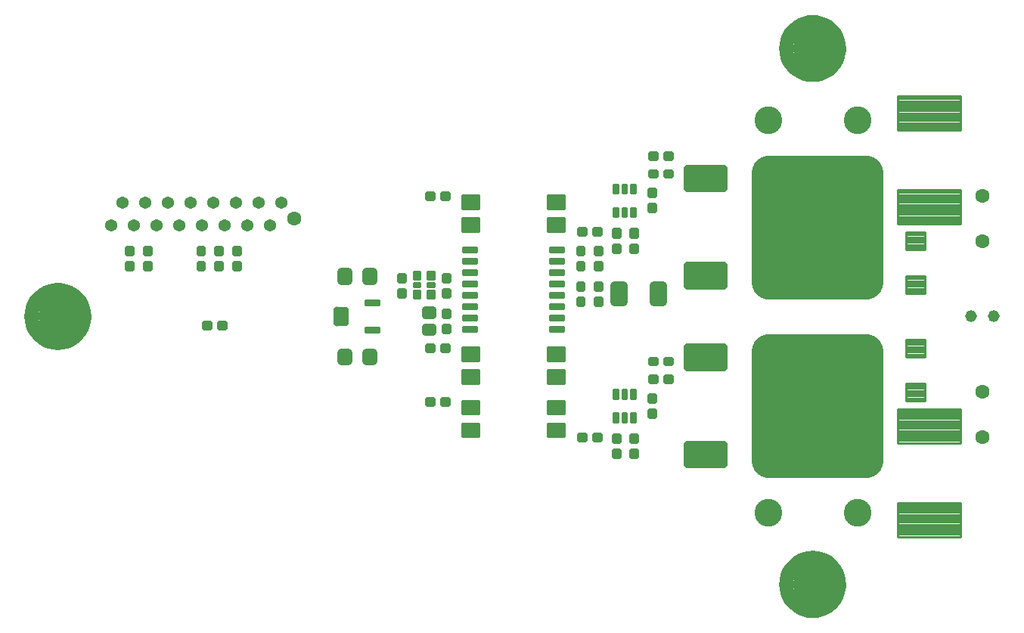
<source format=gbr>
G04 EAGLE Gerber RS-274X export*
G75*
%MOMM*%
%FSLAX34Y34*%
%LPD*%
%INSoldermask Top*%
%IPPOS*%
%AMOC8*
5,1,8,0,0,1.08239X$1,22.5*%
G01*
%ADD10C,3.100000*%
%ADD11C,1.319200*%
%ADD12C,0.605000*%
%ADD13C,0.293800*%
%ADD14C,0.306000*%
%ADD15C,0.837000*%
%ADD16C,3.822000*%
%ADD17C,1.007000*%
%ADD18C,0.301000*%
%ADD19C,1.375000*%
%ADD20C,1.600000*%
%ADD21C,0.756000*%
%ADD22C,0.304000*%
%ADD23C,0.901000*%
%ADD24C,0.000100*%
%ADD25C,0.484300*%
%ADD26C,0.287000*%
%ADD27C,4.500000*%

G36*
X-224930Y-37500D02*
X-224930Y-37500D01*
X-224860Y-37495D01*
X-224790Y-37490D01*
X-224720Y-37485D01*
X-224650Y-37480D01*
X-224580Y-37475D01*
X-224510Y-37470D01*
X-224440Y-37465D01*
X-224370Y-37460D01*
X-224301Y-37455D01*
X-224300Y-37455D01*
X-224231Y-37450D01*
X-224161Y-37445D01*
X-224091Y-37440D01*
X-224021Y-37435D01*
X-223951Y-37430D01*
X-223881Y-37425D01*
X-223811Y-37420D01*
X-223741Y-37415D01*
X-223671Y-37410D01*
X-223601Y-37405D01*
X-223532Y-37400D01*
X-223531Y-37400D01*
X-223462Y-37395D01*
X-223392Y-37390D01*
X-223322Y-37385D01*
X-223252Y-37380D01*
X-223182Y-37375D01*
X-223112Y-37370D01*
X-223042Y-37365D01*
X-222972Y-37360D01*
X-222902Y-37355D01*
X-222832Y-37350D01*
X-222763Y-37345D01*
X-222762Y-37345D01*
X-222693Y-37340D01*
X-222623Y-37335D01*
X-222553Y-37330D01*
X-222483Y-37325D01*
X-222413Y-37320D01*
X-222343Y-37315D01*
X-222273Y-37310D01*
X-222203Y-37305D01*
X-222133Y-37300D01*
X-222063Y-37295D01*
X-221994Y-37290D01*
X-221993Y-37290D01*
X-221924Y-37285D01*
X-221923Y-37285D01*
X-221854Y-37280D01*
X-221784Y-37275D01*
X-221714Y-37270D01*
X-221644Y-37265D01*
X-221574Y-37260D01*
X-221504Y-37255D01*
X-221434Y-37250D01*
X-221364Y-37245D01*
X-221294Y-37240D01*
X-221224Y-37235D01*
X-221155Y-37230D01*
X-221154Y-37230D01*
X-221085Y-37225D01*
X-221015Y-37220D01*
X-220945Y-37215D01*
X-220875Y-37210D01*
X-220805Y-37205D01*
X-220735Y-37200D01*
X-220665Y-37195D01*
X-220595Y-37190D01*
X-220525Y-37185D01*
X-220455Y-37180D01*
X-220386Y-37175D01*
X-220385Y-37175D01*
X-220316Y-37170D01*
X-220246Y-37165D01*
X-220176Y-37160D01*
X-220106Y-37155D01*
X-220036Y-37150D01*
X-219966Y-37145D01*
X-219896Y-37140D01*
X-219826Y-37135D01*
X-219756Y-37130D01*
X-219686Y-37125D01*
X-219663Y-37123D01*
X-219662Y-37123D01*
X-214434Y-35986D01*
X-214434Y-35985D01*
X-214433Y-35986D01*
X-209420Y-34116D01*
X-209420Y-34115D01*
X-209420Y-34116D01*
X-204724Y-31551D01*
X-204723Y-31551D01*
X-200440Y-28345D01*
X-200440Y-28344D01*
X-200439Y-28344D01*
X-196656Y-24561D01*
X-196656Y-24560D01*
X-196655Y-24560D01*
X-193449Y-20277D01*
X-193449Y-20276D01*
X-190884Y-15580D01*
X-190885Y-15580D01*
X-190884Y-15580D01*
X-189014Y-10567D01*
X-189015Y-10566D01*
X-189014Y-10566D01*
X-187877Y-5338D01*
X-187877Y-5337D01*
X-187876Y-5326D01*
X-187873Y-5281D01*
X-187869Y-5236D01*
X-187866Y-5191D01*
X-187863Y-5146D01*
X-187860Y-5101D01*
X-187857Y-5056D01*
X-187854Y-5021D01*
X-187853Y-5011D01*
X-187851Y-4976D01*
X-187850Y-4966D01*
X-187848Y-4931D01*
X-187847Y-4921D01*
X-187844Y-4886D01*
X-187841Y-4841D01*
X-187838Y-4796D01*
X-187835Y-4751D01*
X-187832Y-4706D01*
X-187828Y-4661D01*
X-187825Y-4616D01*
X-187823Y-4581D01*
X-187822Y-4571D01*
X-187819Y-4536D01*
X-187819Y-4526D01*
X-187816Y-4491D01*
X-187815Y-4481D01*
X-187813Y-4446D01*
X-187810Y-4401D01*
X-187807Y-4356D01*
X-187803Y-4311D01*
X-187800Y-4266D01*
X-187797Y-4221D01*
X-187794Y-4176D01*
X-187791Y-4141D01*
X-187790Y-4131D01*
X-187788Y-4096D01*
X-187787Y-4086D01*
X-187785Y-4051D01*
X-187782Y-4006D01*
X-187781Y-4006D01*
X-187782Y-4006D01*
X-187778Y-3961D01*
X-187775Y-3916D01*
X-187772Y-3871D01*
X-187769Y-3826D01*
X-187765Y-3781D01*
X-187762Y-3736D01*
X-187760Y-3701D01*
X-187759Y-3691D01*
X-187756Y-3656D01*
X-187756Y-3646D01*
X-187753Y-3611D01*
X-187750Y-3566D01*
X-187747Y-3521D01*
X-187744Y-3476D01*
X-187740Y-3431D01*
X-187737Y-3386D01*
X-187734Y-3341D01*
X-187731Y-3306D01*
X-187731Y-3296D01*
X-187728Y-3261D01*
X-187728Y-3251D01*
X-187727Y-3251D01*
X-187728Y-3251D01*
X-187725Y-3216D01*
X-187724Y-3206D01*
X-187722Y-3171D01*
X-187719Y-3126D01*
X-187715Y-3081D01*
X-187712Y-3036D01*
X-187709Y-2991D01*
X-187706Y-2946D01*
X-187702Y-2901D01*
X-187700Y-2866D01*
X-187699Y-2856D01*
X-187697Y-2821D01*
X-187696Y-2811D01*
X-187694Y-2776D01*
X-187693Y-2766D01*
X-187690Y-2731D01*
X-187687Y-2686D01*
X-187684Y-2641D01*
X-187681Y-2596D01*
X-187677Y-2551D01*
X-187674Y-2506D01*
X-187671Y-2461D01*
X-187669Y-2426D01*
X-187668Y-2426D01*
X-187668Y-2416D01*
X-187665Y-2381D01*
X-187665Y-2371D01*
X-187662Y-2336D01*
X-187661Y-2326D01*
X-187659Y-2291D01*
X-187656Y-2246D01*
X-187652Y-2201D01*
X-187649Y-2156D01*
X-187646Y-2111D01*
X-187643Y-2066D01*
X-187640Y-2021D01*
X-187637Y-1986D01*
X-187636Y-1976D01*
X-187634Y-1941D01*
X-187633Y-1931D01*
X-187631Y-1896D01*
X-187630Y-1886D01*
X-187627Y-1851D01*
X-187624Y-1806D01*
X-187621Y-1761D01*
X-187618Y-1716D01*
X-187615Y-1671D01*
X-187614Y-1671D01*
X-187615Y-1671D01*
X-187611Y-1626D01*
X-187608Y-1581D01*
X-187606Y-1546D01*
X-187605Y-1536D01*
X-187602Y-1501D01*
X-187602Y-1491D01*
X-187599Y-1456D01*
X-187596Y-1411D01*
X-187593Y-1366D01*
X-187589Y-1321D01*
X-187586Y-1276D01*
X-187583Y-1231D01*
X-187580Y-1186D01*
X-187577Y-1141D01*
X-187574Y-1106D01*
X-187573Y-1096D01*
X-187571Y-1061D01*
X-187570Y-1051D01*
X-187568Y-1016D01*
X-187564Y-971D01*
X-187561Y-926D01*
X-187558Y-881D01*
X-187555Y-836D01*
X-187552Y-791D01*
X-187548Y-746D01*
X-187546Y-711D01*
X-187545Y-701D01*
X-187543Y-666D01*
X-187542Y-656D01*
X-187539Y-621D01*
X-187539Y-611D01*
X-187536Y-576D01*
X-187533Y-531D01*
X-187530Y-486D01*
X-187527Y-441D01*
X-187523Y-396D01*
X-187520Y-351D01*
X-187517Y-306D01*
X-187514Y-271D01*
X-187514Y-261D01*
X-187511Y-226D01*
X-187510Y-216D01*
X-187508Y-181D01*
X-187507Y-171D01*
X-187505Y-136D01*
X-187502Y-91D01*
X-187501Y-91D01*
X-187502Y-91D01*
X-187498Y-46D01*
X-187495Y0D01*
X-187877Y5337D01*
X-187877Y5338D01*
X-189014Y10566D01*
X-189015Y10566D01*
X-189014Y10567D01*
X-190884Y15580D01*
X-190885Y15580D01*
X-190884Y15580D01*
X-193449Y20276D01*
X-193449Y20277D01*
X-196655Y24560D01*
X-196656Y24560D01*
X-196656Y24561D01*
X-200439Y28344D01*
X-200440Y28344D01*
X-200440Y28345D01*
X-204723Y31551D01*
X-204724Y31551D01*
X-209420Y34116D01*
X-209420Y34115D01*
X-209420Y34116D01*
X-214433Y35986D01*
X-214434Y35985D01*
X-214434Y35986D01*
X-219662Y37123D01*
X-219663Y37123D01*
X-219708Y37127D01*
X-219778Y37132D01*
X-219847Y37136D01*
X-219917Y37141D01*
X-219986Y37146D01*
X-220056Y37151D01*
X-220125Y37156D01*
X-220195Y37161D01*
X-220264Y37166D01*
X-220333Y37171D01*
X-220334Y37171D01*
X-220403Y37176D01*
X-220472Y37181D01*
X-220473Y37181D01*
X-220542Y37186D01*
X-220611Y37191D01*
X-220681Y37196D01*
X-220750Y37201D01*
X-220820Y37206D01*
X-220889Y37211D01*
X-220959Y37216D01*
X-221028Y37221D01*
X-221098Y37226D01*
X-221167Y37231D01*
X-221237Y37236D01*
X-221306Y37241D01*
X-221376Y37246D01*
X-221445Y37251D01*
X-221515Y37256D01*
X-221584Y37261D01*
X-221653Y37266D01*
X-221654Y37266D01*
X-221723Y37271D01*
X-221792Y37276D01*
X-221793Y37276D01*
X-221862Y37281D01*
X-221931Y37286D01*
X-222001Y37291D01*
X-222070Y37295D01*
X-222140Y37300D01*
X-222209Y37305D01*
X-222279Y37310D01*
X-222348Y37315D01*
X-222418Y37320D01*
X-222487Y37325D01*
X-222557Y37330D01*
X-222626Y37335D01*
X-222696Y37340D01*
X-222765Y37345D01*
X-222835Y37350D01*
X-222904Y37355D01*
X-222973Y37360D01*
X-222974Y37360D01*
X-223043Y37365D01*
X-223112Y37370D01*
X-223113Y37370D01*
X-223182Y37375D01*
X-223251Y37380D01*
X-223321Y37385D01*
X-223390Y37390D01*
X-223460Y37395D01*
X-223529Y37400D01*
X-223599Y37405D01*
X-223668Y37410D01*
X-223738Y37415D01*
X-223807Y37420D01*
X-223877Y37425D01*
X-223946Y37430D01*
X-224016Y37435D01*
X-224085Y37440D01*
X-224155Y37445D01*
X-224224Y37450D01*
X-224293Y37454D01*
X-224294Y37454D01*
X-224363Y37459D01*
X-224432Y37464D01*
X-224433Y37464D01*
X-224502Y37469D01*
X-224571Y37474D01*
X-224641Y37479D01*
X-224710Y37484D01*
X-224780Y37489D01*
X-224849Y37494D01*
X-224919Y37499D01*
X-224988Y37504D01*
X-225000Y37505D01*
X-225012Y37504D01*
X-225081Y37499D01*
X-225151Y37494D01*
X-225220Y37489D01*
X-225290Y37484D01*
X-225359Y37479D01*
X-225429Y37474D01*
X-225498Y37469D01*
X-225568Y37464D01*
X-225637Y37459D01*
X-225706Y37454D01*
X-225707Y37454D01*
X-225776Y37450D01*
X-225845Y37445D01*
X-225846Y37445D01*
X-225915Y37440D01*
X-225984Y37435D01*
X-226054Y37430D01*
X-226123Y37425D01*
X-226193Y37420D01*
X-226262Y37415D01*
X-226332Y37410D01*
X-226401Y37405D01*
X-226471Y37400D01*
X-226540Y37395D01*
X-226610Y37390D01*
X-226679Y37385D01*
X-226749Y37380D01*
X-226818Y37375D01*
X-226888Y37370D01*
X-226957Y37365D01*
X-227026Y37360D01*
X-227027Y37360D01*
X-227096Y37355D01*
X-227165Y37350D01*
X-227166Y37350D01*
X-227235Y37345D01*
X-227304Y37340D01*
X-227374Y37335D01*
X-227443Y37330D01*
X-227513Y37325D01*
X-227582Y37320D01*
X-227652Y37315D01*
X-227721Y37310D01*
X-227791Y37305D01*
X-227860Y37300D01*
X-227930Y37295D01*
X-227999Y37291D01*
X-228069Y37286D01*
X-228138Y37281D01*
X-228208Y37276D01*
X-228277Y37271D01*
X-228346Y37266D01*
X-228347Y37266D01*
X-228416Y37261D01*
X-228485Y37256D01*
X-228486Y37256D01*
X-228555Y37251D01*
X-228624Y37246D01*
X-228694Y37241D01*
X-228763Y37236D01*
X-228833Y37231D01*
X-228902Y37226D01*
X-228972Y37221D01*
X-229041Y37216D01*
X-229111Y37211D01*
X-229180Y37206D01*
X-229250Y37201D01*
X-229319Y37196D01*
X-229389Y37191D01*
X-229458Y37186D01*
X-229528Y37181D01*
X-229597Y37176D01*
X-229666Y37171D01*
X-229667Y37171D01*
X-229736Y37166D01*
X-229805Y37161D01*
X-229806Y37161D01*
X-229875Y37156D01*
X-229944Y37151D01*
X-230014Y37146D01*
X-230083Y37141D01*
X-230153Y37136D01*
X-230222Y37132D01*
X-230292Y37127D01*
X-230337Y37123D01*
X-230338Y37123D01*
X-235566Y35986D01*
X-235566Y35985D01*
X-235567Y35986D01*
X-240580Y34116D01*
X-240580Y34115D01*
X-240580Y34116D01*
X-245276Y31551D01*
X-245277Y31551D01*
X-249560Y28345D01*
X-249560Y28344D01*
X-249561Y28344D01*
X-253344Y24561D01*
X-253344Y24560D01*
X-253345Y24560D01*
X-256551Y20277D01*
X-256551Y20276D01*
X-259116Y15580D01*
X-259115Y15580D01*
X-259116Y15580D01*
X-260986Y10567D01*
X-260985Y10566D01*
X-260986Y10566D01*
X-262123Y5338D01*
X-262123Y5337D01*
X-262125Y5307D01*
X-262128Y5268D01*
X-262128Y5267D01*
X-262131Y5228D01*
X-262134Y5188D01*
X-262135Y5173D01*
X-262138Y5133D01*
X-262141Y5094D01*
X-262144Y5054D01*
X-262146Y5014D01*
X-262147Y4999D01*
X-262150Y4959D01*
X-262153Y4920D01*
X-262156Y4880D01*
X-262159Y4840D01*
X-262160Y4825D01*
X-262163Y4786D01*
X-262166Y4746D01*
X-262168Y4706D01*
X-262171Y4666D01*
X-262174Y4627D01*
X-262175Y4612D01*
X-262178Y4572D01*
X-262181Y4532D01*
X-262184Y4492D01*
X-262187Y4453D01*
X-262188Y4438D01*
X-262190Y4398D01*
X-262193Y4358D01*
X-262196Y4319D01*
X-262196Y4318D01*
X-262199Y4279D01*
X-262200Y4264D01*
X-262203Y4224D01*
X-262206Y4184D01*
X-262209Y4145D01*
X-262211Y4105D01*
X-262212Y4090D01*
X-262213Y4090D01*
X-262215Y4050D01*
X-262218Y4010D01*
X-262221Y3971D01*
X-262224Y3931D01*
X-262227Y3891D01*
X-262228Y3876D01*
X-262231Y3837D01*
X-262231Y3836D01*
X-262233Y3797D01*
X-262236Y3757D01*
X-262239Y3717D01*
X-262240Y3702D01*
X-262243Y3663D01*
X-262246Y3623D01*
X-262249Y3583D01*
X-262252Y3543D01*
X-262253Y3528D01*
X-262255Y3489D01*
X-262256Y3489D01*
X-262258Y3449D01*
X-262261Y3409D01*
X-262264Y3369D01*
X-262265Y3355D01*
X-262267Y3330D01*
X-262268Y3315D01*
X-262271Y3275D01*
X-262274Y3235D01*
X-262276Y3196D01*
X-262279Y3156D01*
X-262280Y3141D01*
X-262283Y3101D01*
X-262286Y3061D01*
X-262289Y3022D01*
X-262292Y2982D01*
X-262293Y2967D01*
X-262296Y2927D01*
X-262298Y2888D01*
X-262299Y2887D01*
X-262298Y2887D01*
X-262301Y2848D01*
X-262304Y2808D01*
X-262305Y2793D01*
X-262308Y2753D01*
X-262311Y2714D01*
X-262314Y2674D01*
X-262317Y2634D01*
X-262319Y2594D01*
X-262321Y2579D01*
X-262323Y2540D01*
X-262326Y2500D01*
X-262329Y2460D01*
X-262332Y2420D01*
X-262333Y2406D01*
X-262333Y2405D01*
X-262336Y2366D01*
X-262339Y2326D01*
X-262341Y2286D01*
X-262342Y2286D01*
X-262341Y2286D01*
X-262344Y2247D01*
X-262344Y2246D01*
X-262345Y2232D01*
X-262348Y2192D01*
X-262351Y2152D01*
X-262354Y2112D01*
X-262357Y2073D01*
X-262358Y2058D01*
X-262361Y2018D01*
X-262364Y1978D01*
X-262366Y1938D01*
X-262369Y1899D01*
X-262372Y1859D01*
X-262373Y1844D01*
X-262376Y1804D01*
X-262379Y1765D01*
X-262382Y1725D01*
X-262384Y1685D01*
X-262385Y1685D01*
X-262384Y1685D01*
X-262386Y1670D01*
X-262388Y1630D01*
X-262391Y1591D01*
X-262394Y1551D01*
X-262397Y1511D01*
X-262398Y1496D01*
X-262401Y1457D01*
X-262401Y1456D01*
X-262404Y1417D01*
X-262407Y1377D01*
X-262409Y1337D01*
X-262410Y1322D01*
X-262412Y1298D01*
X-262412Y1297D01*
X-262413Y1283D01*
X-262416Y1243D01*
X-262419Y1203D01*
X-262422Y1163D01*
X-262425Y1124D01*
X-262426Y1109D01*
X-262429Y1069D01*
X-262431Y1029D01*
X-262434Y989D01*
X-262437Y950D01*
X-262438Y935D01*
X-262441Y895D01*
X-262444Y855D01*
X-262447Y816D01*
X-262447Y815D01*
X-262450Y776D01*
X-262451Y761D01*
X-262453Y721D01*
X-262456Y681D01*
X-262459Y642D01*
X-262462Y602D01*
X-262465Y562D01*
X-262466Y547D01*
X-262469Y507D01*
X-262472Y468D01*
X-262474Y428D01*
X-262477Y388D01*
X-262478Y373D01*
X-262481Y334D01*
X-262484Y294D01*
X-262487Y254D01*
X-262490Y214D01*
X-262491Y199D01*
X-262494Y160D01*
X-262496Y120D01*
X-262499Y80D01*
X-262502Y40D01*
X-262503Y25D01*
X-262505Y0D01*
X-262123Y-5337D01*
X-262123Y-5338D01*
X-260986Y-10566D01*
X-260985Y-10566D01*
X-260986Y-10567D01*
X-259116Y-15580D01*
X-259115Y-15580D01*
X-259116Y-15580D01*
X-256551Y-20276D01*
X-256551Y-20277D01*
X-253345Y-24560D01*
X-253344Y-24560D01*
X-253344Y-24561D01*
X-249561Y-28344D01*
X-249560Y-28344D01*
X-249560Y-28345D01*
X-245277Y-31551D01*
X-245276Y-31551D01*
X-240580Y-34116D01*
X-240580Y-34115D01*
X-240580Y-34116D01*
X-235567Y-35986D01*
X-235566Y-35985D01*
X-235566Y-35986D01*
X-230338Y-37123D01*
X-230337Y-37123D01*
X-230314Y-37125D01*
X-230244Y-37130D01*
X-230174Y-37135D01*
X-230104Y-37140D01*
X-230034Y-37145D01*
X-229964Y-37150D01*
X-229894Y-37155D01*
X-229824Y-37160D01*
X-229754Y-37165D01*
X-229684Y-37170D01*
X-229615Y-37175D01*
X-229614Y-37175D01*
X-229545Y-37180D01*
X-229475Y-37185D01*
X-229405Y-37190D01*
X-229335Y-37195D01*
X-229265Y-37200D01*
X-229195Y-37205D01*
X-229125Y-37210D01*
X-229055Y-37215D01*
X-228985Y-37220D01*
X-228915Y-37225D01*
X-228846Y-37230D01*
X-228845Y-37230D01*
X-228776Y-37235D01*
X-228706Y-37240D01*
X-228636Y-37245D01*
X-228566Y-37250D01*
X-228496Y-37255D01*
X-228426Y-37260D01*
X-228356Y-37265D01*
X-228286Y-37270D01*
X-228216Y-37275D01*
X-228146Y-37280D01*
X-228077Y-37285D01*
X-228076Y-37285D01*
X-228007Y-37290D01*
X-227937Y-37295D01*
X-227867Y-37300D01*
X-227797Y-37305D01*
X-227727Y-37310D01*
X-227657Y-37315D01*
X-227587Y-37320D01*
X-227517Y-37325D01*
X-227447Y-37330D01*
X-227377Y-37335D01*
X-227307Y-37340D01*
X-227238Y-37345D01*
X-227168Y-37350D01*
X-227098Y-37355D01*
X-227028Y-37360D01*
X-226958Y-37365D01*
X-226888Y-37370D01*
X-226818Y-37375D01*
X-226748Y-37380D01*
X-226678Y-37385D01*
X-226608Y-37390D01*
X-226538Y-37395D01*
X-226469Y-37400D01*
X-226468Y-37400D01*
X-226399Y-37405D01*
X-226329Y-37410D01*
X-226259Y-37415D01*
X-226189Y-37420D01*
X-226119Y-37425D01*
X-226049Y-37430D01*
X-225979Y-37435D01*
X-225909Y-37440D01*
X-225839Y-37445D01*
X-225769Y-37450D01*
X-225700Y-37455D01*
X-225699Y-37455D01*
X-225630Y-37460D01*
X-225560Y-37465D01*
X-225490Y-37470D01*
X-225420Y-37475D01*
X-225350Y-37480D01*
X-225280Y-37485D01*
X-225210Y-37490D01*
X-225140Y-37495D01*
X-225070Y-37500D01*
X-225000Y-37505D01*
X-224930Y-37500D01*
G37*
G36*
X625337Y262877D02*
X625337Y262877D01*
X625338Y262877D01*
X630566Y264014D01*
X630566Y264015D01*
X630567Y264014D01*
X635580Y265884D01*
X635580Y265885D01*
X635580Y265884D01*
X640276Y268449D01*
X640277Y268449D01*
X644560Y271655D01*
X644560Y271656D01*
X644561Y271656D01*
X648344Y275439D01*
X648344Y275440D01*
X648345Y275440D01*
X651551Y279723D01*
X651551Y279724D01*
X654116Y284420D01*
X654115Y284420D01*
X654116Y284420D01*
X655986Y289433D01*
X655985Y289434D01*
X655986Y289434D01*
X657123Y294662D01*
X657123Y294663D01*
X657125Y294692D01*
X657128Y294732D01*
X657131Y294771D01*
X657134Y294811D01*
X657135Y294826D01*
X657138Y294866D01*
X657141Y294906D01*
X657143Y294945D01*
X657144Y294945D01*
X657143Y294945D01*
X657146Y294985D01*
X657147Y295000D01*
X657150Y295040D01*
X657153Y295079D01*
X657156Y295119D01*
X657159Y295159D01*
X657160Y295174D01*
X657163Y295214D01*
X657166Y295253D01*
X657168Y295293D01*
X657171Y295333D01*
X657172Y295348D01*
X657174Y295373D01*
X657175Y295388D01*
X657178Y295427D01*
X657181Y295467D01*
X657184Y295507D01*
X657186Y295546D01*
X657187Y295547D01*
X657186Y295547D01*
X657188Y295561D01*
X657190Y295601D01*
X657193Y295641D01*
X657196Y295681D01*
X657199Y295720D01*
X657200Y295735D01*
X657203Y295775D01*
X657206Y295815D01*
X657209Y295855D01*
X657211Y295894D01*
X657212Y295909D01*
X657215Y295949D01*
X657218Y295989D01*
X657221Y296028D01*
X657221Y296029D01*
X657224Y296068D01*
X657227Y296108D01*
X657228Y296123D01*
X657231Y296163D01*
X657233Y296202D01*
X657236Y296242D01*
X657239Y296282D01*
X657240Y296297D01*
X657243Y296337D01*
X657246Y296376D01*
X657249Y296416D01*
X657252Y296456D01*
X657253Y296471D01*
X657255Y296510D01*
X657258Y296550D01*
X657261Y296590D01*
X657264Y296630D01*
X657265Y296645D01*
X657268Y296684D01*
X657271Y296724D01*
X657274Y296764D01*
X657276Y296804D01*
X657279Y296843D01*
X657280Y296858D01*
X657283Y296898D01*
X657286Y296938D01*
X657289Y296977D01*
X657289Y296978D01*
X657292Y297017D01*
X657293Y297032D01*
X657296Y297072D01*
X657298Y297112D01*
X657301Y297151D01*
X657304Y297191D01*
X657305Y297206D01*
X657308Y297246D01*
X657311Y297286D01*
X657314Y297325D01*
X657317Y297365D01*
X657318Y297380D01*
X657319Y297405D01*
X657320Y297420D01*
X657323Y297459D01*
X657323Y297460D01*
X657326Y297499D01*
X657329Y297539D01*
X657332Y297579D01*
X657333Y297594D01*
X657336Y297633D01*
X657339Y297673D01*
X657341Y297713D01*
X657344Y297753D01*
X657345Y297768D01*
X657348Y297807D01*
X657351Y297847D01*
X657354Y297887D01*
X657357Y297927D01*
X657358Y297941D01*
X657361Y297981D01*
X657363Y298021D01*
X657366Y298061D01*
X657369Y298100D01*
X657372Y298140D01*
X657373Y298155D01*
X657376Y298195D01*
X657379Y298235D01*
X657382Y298274D01*
X657384Y298314D01*
X657385Y298329D01*
X657386Y298329D01*
X657388Y298369D01*
X657391Y298408D01*
X657391Y298409D01*
X657394Y298448D01*
X657397Y298488D01*
X657398Y298503D01*
X657401Y298543D01*
X657404Y298582D01*
X657406Y298622D01*
X657409Y298662D01*
X657410Y298677D01*
X657413Y298717D01*
X657416Y298756D01*
X657419Y298796D01*
X657422Y298836D01*
X657425Y298876D01*
X657426Y298890D01*
X657426Y298891D01*
X657428Y298930D01*
X657429Y298930D01*
X657428Y298930D01*
X657431Y298970D01*
X657434Y299010D01*
X657437Y299049D01*
X657437Y299050D01*
X657438Y299064D01*
X657441Y299104D01*
X657444Y299144D01*
X657447Y299184D01*
X657449Y299223D01*
X657451Y299238D01*
X657453Y299278D01*
X657456Y299318D01*
X657459Y299358D01*
X657462Y299397D01*
X657465Y299437D01*
X657466Y299452D01*
X657469Y299492D01*
X657471Y299531D01*
X657472Y299531D01*
X657471Y299531D01*
X657474Y299571D01*
X657477Y299611D01*
X657478Y299626D01*
X657481Y299666D01*
X657484Y299705D01*
X657487Y299745D01*
X657490Y299785D01*
X657491Y299800D01*
X657494Y299839D01*
X657494Y299840D01*
X657496Y299879D01*
X657499Y299919D01*
X657502Y299959D01*
X657503Y299974D01*
X657505Y300000D01*
X657123Y305337D01*
X657123Y305338D01*
X655986Y310566D01*
X655985Y310566D01*
X655986Y310567D01*
X654116Y315580D01*
X654115Y315580D01*
X654116Y315580D01*
X651551Y320276D01*
X651551Y320277D01*
X648345Y324560D01*
X648344Y324560D01*
X648344Y324561D01*
X644561Y328344D01*
X644560Y328344D01*
X644560Y328345D01*
X640277Y331551D01*
X640276Y331551D01*
X635580Y334116D01*
X635580Y334115D01*
X635580Y334116D01*
X630567Y335986D01*
X630566Y335985D01*
X630566Y335986D01*
X625338Y337123D01*
X625337Y337123D01*
X625304Y337126D01*
X625235Y337131D01*
X625234Y337131D01*
X625165Y337136D01*
X625096Y337141D01*
X625026Y337146D01*
X624957Y337151D01*
X624887Y337155D01*
X624818Y337160D01*
X624748Y337165D01*
X624679Y337170D01*
X624609Y337175D01*
X624540Y337180D01*
X624470Y337185D01*
X624401Y337190D01*
X624331Y337195D01*
X624262Y337200D01*
X624192Y337205D01*
X624123Y337210D01*
X624054Y337215D01*
X624053Y337215D01*
X623984Y337220D01*
X623915Y337225D01*
X623914Y337225D01*
X623845Y337230D01*
X623776Y337235D01*
X623706Y337240D01*
X623637Y337245D01*
X623567Y337250D01*
X623498Y337255D01*
X623428Y337260D01*
X623359Y337265D01*
X623289Y337270D01*
X623220Y337275D01*
X623150Y337280D01*
X623081Y337285D01*
X623011Y337290D01*
X622942Y337295D01*
X622872Y337300D01*
X622803Y337305D01*
X622734Y337310D01*
X622733Y337310D01*
X622664Y337314D01*
X622595Y337319D01*
X622594Y337319D01*
X622525Y337324D01*
X622456Y337329D01*
X622386Y337334D01*
X622317Y337339D01*
X622247Y337344D01*
X622178Y337349D01*
X622108Y337354D01*
X622039Y337359D01*
X621969Y337364D01*
X621900Y337369D01*
X621830Y337374D01*
X621761Y337379D01*
X621691Y337384D01*
X621622Y337389D01*
X621552Y337394D01*
X621483Y337399D01*
X621414Y337404D01*
X621413Y337404D01*
X621344Y337409D01*
X621275Y337414D01*
X621274Y337414D01*
X621205Y337419D01*
X621136Y337424D01*
X621066Y337429D01*
X620997Y337434D01*
X620927Y337439D01*
X620858Y337444D01*
X620788Y337449D01*
X620719Y337454D01*
X620649Y337459D01*
X620580Y337464D01*
X620510Y337469D01*
X620441Y337473D01*
X620371Y337478D01*
X620302Y337483D01*
X620232Y337488D01*
X620163Y337493D01*
X620094Y337498D01*
X620093Y337498D01*
X620024Y337503D01*
X620000Y337505D01*
X619976Y337503D01*
X619907Y337498D01*
X619906Y337498D01*
X619837Y337493D01*
X619768Y337488D01*
X619698Y337483D01*
X619629Y337478D01*
X619559Y337473D01*
X619490Y337469D01*
X619420Y337464D01*
X619351Y337459D01*
X619281Y337454D01*
X619212Y337449D01*
X619142Y337444D01*
X619073Y337439D01*
X619003Y337434D01*
X618934Y337429D01*
X618864Y337424D01*
X618795Y337419D01*
X618726Y337414D01*
X618725Y337414D01*
X618656Y337409D01*
X618587Y337404D01*
X618586Y337404D01*
X618517Y337399D01*
X618448Y337394D01*
X618378Y337389D01*
X618309Y337384D01*
X618239Y337379D01*
X618170Y337374D01*
X618100Y337369D01*
X618031Y337364D01*
X617961Y337359D01*
X617892Y337354D01*
X617822Y337349D01*
X617753Y337344D01*
X617683Y337339D01*
X617614Y337334D01*
X617544Y337329D01*
X617475Y337324D01*
X617406Y337319D01*
X617405Y337319D01*
X617336Y337314D01*
X617267Y337310D01*
X617266Y337310D01*
X617197Y337305D01*
X617128Y337300D01*
X617058Y337295D01*
X616989Y337290D01*
X616919Y337285D01*
X616850Y337280D01*
X616780Y337275D01*
X616711Y337270D01*
X616641Y337265D01*
X616572Y337260D01*
X616502Y337255D01*
X616433Y337250D01*
X616363Y337245D01*
X616294Y337240D01*
X616224Y337235D01*
X616155Y337230D01*
X616086Y337225D01*
X616085Y337225D01*
X616016Y337220D01*
X615947Y337215D01*
X615946Y337215D01*
X615877Y337210D01*
X615808Y337205D01*
X615738Y337200D01*
X615669Y337195D01*
X615599Y337190D01*
X615530Y337185D01*
X615460Y337180D01*
X615391Y337175D01*
X615321Y337170D01*
X615252Y337165D01*
X615182Y337160D01*
X615113Y337155D01*
X615043Y337151D01*
X614974Y337146D01*
X614904Y337141D01*
X614835Y337136D01*
X614766Y337131D01*
X614765Y337131D01*
X614696Y337126D01*
X614663Y337123D01*
X614662Y337123D01*
X609434Y335986D01*
X609434Y335985D01*
X609433Y335986D01*
X604420Y334116D01*
X604420Y334115D01*
X604420Y334116D01*
X599724Y331551D01*
X599723Y331551D01*
X595440Y328345D01*
X595440Y328344D01*
X595439Y328344D01*
X591656Y324561D01*
X591656Y324560D01*
X591655Y324560D01*
X588449Y320277D01*
X588449Y320276D01*
X585884Y315580D01*
X585885Y315580D01*
X585884Y315580D01*
X584014Y310567D01*
X584015Y310566D01*
X584014Y310566D01*
X582877Y305338D01*
X582877Y305337D01*
X582875Y305306D01*
X582872Y305267D01*
X582869Y305227D01*
X582866Y305187D01*
X582865Y305172D01*
X582862Y305133D01*
X582862Y305132D01*
X582859Y305093D01*
X582856Y305053D01*
X582854Y305013D01*
X582853Y304998D01*
X582852Y304998D01*
X582850Y304959D01*
X582847Y304919D01*
X582844Y304879D01*
X582841Y304839D01*
X582840Y304824D01*
X582837Y304785D01*
X582834Y304745D01*
X582832Y304705D01*
X582829Y304665D01*
X582826Y304626D01*
X582825Y304611D01*
X582822Y304571D01*
X582819Y304531D01*
X582816Y304492D01*
X582816Y304491D01*
X582813Y304452D01*
X582812Y304437D01*
X582810Y304397D01*
X582809Y304397D01*
X582810Y304397D01*
X582807Y304357D01*
X582804Y304318D01*
X582801Y304278D01*
X582800Y304263D01*
X582797Y304223D01*
X582794Y304183D01*
X582791Y304144D01*
X582789Y304104D01*
X582787Y304089D01*
X582786Y304064D01*
X582785Y304049D01*
X582782Y304010D01*
X582779Y303970D01*
X582776Y303930D01*
X582773Y303890D01*
X582772Y303875D01*
X582769Y303836D01*
X582767Y303796D01*
X582766Y303796D01*
X582767Y303796D01*
X582764Y303756D01*
X582761Y303716D01*
X582760Y303701D01*
X582757Y303662D01*
X582754Y303622D01*
X582751Y303582D01*
X582748Y303543D01*
X582748Y303542D01*
X582747Y303528D01*
X582744Y303488D01*
X582742Y303448D01*
X582739Y303408D01*
X582736Y303369D01*
X582733Y303329D01*
X582732Y303314D01*
X582729Y303274D01*
X582726Y303234D01*
X582724Y303195D01*
X582723Y303195D01*
X582724Y303195D01*
X582721Y303155D01*
X582720Y303140D01*
X582717Y303100D01*
X582714Y303061D01*
X582714Y303060D01*
X582711Y303021D01*
X582708Y302981D01*
X582707Y302966D01*
X582704Y302926D01*
X582701Y302887D01*
X582699Y302847D01*
X582696Y302807D01*
X582695Y302792D01*
X582692Y302752D01*
X582689Y302713D01*
X582686Y302673D01*
X582683Y302633D01*
X582681Y302593D01*
X582680Y302593D01*
X582681Y302593D01*
X582679Y302579D01*
X582677Y302539D01*
X582674Y302499D01*
X582671Y302459D01*
X582668Y302420D01*
X582667Y302405D01*
X582664Y302365D01*
X582661Y302325D01*
X582658Y302285D01*
X582656Y302246D01*
X582655Y302231D01*
X582652Y302191D01*
X582649Y302151D01*
X582646Y302112D01*
X582646Y302111D01*
X582643Y302072D01*
X582642Y302057D01*
X582640Y302032D01*
X582639Y302017D01*
X582636Y301977D01*
X582634Y301938D01*
X582631Y301898D01*
X582628Y301858D01*
X582627Y301843D01*
X582624Y301803D01*
X582621Y301764D01*
X582618Y301724D01*
X582615Y301684D01*
X582614Y301669D01*
X582612Y301630D01*
X582612Y301629D01*
X582609Y301590D01*
X582606Y301550D01*
X582603Y301510D01*
X582602Y301495D01*
X582599Y301456D01*
X582596Y301416D01*
X582593Y301376D01*
X582591Y301336D01*
X582588Y301297D01*
X582587Y301282D01*
X582584Y301242D01*
X582581Y301202D01*
X582578Y301162D01*
X582575Y301123D01*
X582574Y301108D01*
X582571Y301068D01*
X582569Y301028D01*
X582566Y300989D01*
X582563Y300949D01*
X582562Y300934D01*
X582559Y300894D01*
X582556Y300854D01*
X582553Y300815D01*
X582550Y300775D01*
X582549Y300760D01*
X582547Y300720D01*
X582544Y300681D01*
X582544Y300680D01*
X582541Y300641D01*
X582538Y300601D01*
X582535Y300561D01*
X582534Y300546D01*
X582531Y300507D01*
X582528Y300467D01*
X582526Y300427D01*
X582523Y300387D01*
X582522Y300372D01*
X582519Y300333D01*
X582516Y300293D01*
X582513Y300253D01*
X582510Y300213D01*
X582509Y300199D01*
X582509Y300198D01*
X582506Y300159D01*
X582504Y300119D01*
X582501Y300079D01*
X582498Y300040D01*
X582498Y300039D01*
X582495Y300000D01*
X582877Y294663D01*
X582877Y294662D01*
X584014Y289434D01*
X584015Y289434D01*
X584014Y289433D01*
X585884Y284420D01*
X585885Y284420D01*
X585884Y284420D01*
X588449Y279724D01*
X588449Y279723D01*
X591655Y275440D01*
X591656Y275440D01*
X591656Y275439D01*
X595439Y271656D01*
X595440Y271656D01*
X595440Y271655D01*
X599723Y268449D01*
X599724Y268449D01*
X604420Y265884D01*
X604420Y265885D01*
X604420Y265884D01*
X609433Y264014D01*
X609434Y264015D01*
X609434Y264014D01*
X614662Y262877D01*
X614663Y262877D01*
X620000Y262495D01*
X625337Y262877D01*
G37*
G36*
X620070Y-337500D02*
X620070Y-337500D01*
X620140Y-337495D01*
X620210Y-337490D01*
X620280Y-337485D01*
X620350Y-337480D01*
X620420Y-337475D01*
X620490Y-337470D01*
X620560Y-337465D01*
X620630Y-337460D01*
X620699Y-337455D01*
X620700Y-337455D01*
X620769Y-337450D01*
X620839Y-337445D01*
X620909Y-337440D01*
X620979Y-337435D01*
X621049Y-337430D01*
X621119Y-337425D01*
X621189Y-337420D01*
X621259Y-337415D01*
X621329Y-337410D01*
X621399Y-337405D01*
X621468Y-337400D01*
X621469Y-337400D01*
X621538Y-337395D01*
X621539Y-337395D01*
X621608Y-337390D01*
X621678Y-337385D01*
X621748Y-337380D01*
X621818Y-337375D01*
X621888Y-337370D01*
X621958Y-337365D01*
X622028Y-337360D01*
X622098Y-337355D01*
X622168Y-337350D01*
X622238Y-337345D01*
X622307Y-337340D01*
X622308Y-337340D01*
X622377Y-337335D01*
X622447Y-337330D01*
X622517Y-337325D01*
X622587Y-337320D01*
X622657Y-337315D01*
X622727Y-337310D01*
X622797Y-337305D01*
X622867Y-337300D01*
X622937Y-337295D01*
X623007Y-337290D01*
X623076Y-337285D01*
X623077Y-337285D01*
X623146Y-337280D01*
X623216Y-337275D01*
X623286Y-337270D01*
X623356Y-337265D01*
X623426Y-337260D01*
X623496Y-337255D01*
X623566Y-337250D01*
X623636Y-337245D01*
X623706Y-337240D01*
X623776Y-337235D01*
X623845Y-337230D01*
X623846Y-337230D01*
X623915Y-337225D01*
X623985Y-337220D01*
X624055Y-337215D01*
X624125Y-337210D01*
X624195Y-337205D01*
X624265Y-337200D01*
X624335Y-337195D01*
X624405Y-337190D01*
X624475Y-337185D01*
X624545Y-337180D01*
X624614Y-337175D01*
X624615Y-337175D01*
X624684Y-337170D01*
X624754Y-337165D01*
X624824Y-337160D01*
X624894Y-337155D01*
X624964Y-337150D01*
X625034Y-337145D01*
X625104Y-337140D01*
X625174Y-337135D01*
X625244Y-337130D01*
X625314Y-337125D01*
X625337Y-337123D01*
X625338Y-337123D01*
X630566Y-335986D01*
X630566Y-335985D01*
X630567Y-335986D01*
X635580Y-334116D01*
X635580Y-334115D01*
X635580Y-334116D01*
X640276Y-331551D01*
X640277Y-331551D01*
X644560Y-328345D01*
X644560Y-328344D01*
X644561Y-328344D01*
X648344Y-324561D01*
X648344Y-324560D01*
X648345Y-324560D01*
X651551Y-320277D01*
X651551Y-320276D01*
X654116Y-315580D01*
X654115Y-315580D01*
X654116Y-315580D01*
X655986Y-310567D01*
X655985Y-310566D01*
X655986Y-310566D01*
X657123Y-305338D01*
X657123Y-305337D01*
X657124Y-305326D01*
X657127Y-305281D01*
X657131Y-305236D01*
X657134Y-305191D01*
X657137Y-305146D01*
X657140Y-305101D01*
X657143Y-305056D01*
X657146Y-305021D01*
X657147Y-305011D01*
X657149Y-304976D01*
X657150Y-304966D01*
X657152Y-304931D01*
X657153Y-304921D01*
X657156Y-304886D01*
X657159Y-304841D01*
X657162Y-304796D01*
X657165Y-304751D01*
X657168Y-304706D01*
X657172Y-304661D01*
X657175Y-304616D01*
X657177Y-304581D01*
X657178Y-304571D01*
X657181Y-304536D01*
X657181Y-304526D01*
X657184Y-304491D01*
X657185Y-304481D01*
X657187Y-304446D01*
X657190Y-304401D01*
X657193Y-304356D01*
X657194Y-304356D01*
X657193Y-304356D01*
X657197Y-304311D01*
X657200Y-304266D01*
X657203Y-304221D01*
X657206Y-304176D01*
X657209Y-304141D01*
X657210Y-304131D01*
X657212Y-304096D01*
X657213Y-304086D01*
X657215Y-304051D01*
X657219Y-304006D01*
X657222Y-303961D01*
X657225Y-303916D01*
X657228Y-303871D01*
X657231Y-303826D01*
X657235Y-303781D01*
X657238Y-303736D01*
X657240Y-303701D01*
X657241Y-303691D01*
X657244Y-303656D01*
X657244Y-303646D01*
X657247Y-303611D01*
X657250Y-303566D01*
X657253Y-303521D01*
X657256Y-303476D01*
X657260Y-303431D01*
X657263Y-303386D01*
X657266Y-303341D01*
X657269Y-303306D01*
X657269Y-303296D01*
X657272Y-303261D01*
X657273Y-303251D01*
X657275Y-303216D01*
X657276Y-303206D01*
X657278Y-303171D01*
X657281Y-303126D01*
X657285Y-303081D01*
X657288Y-303036D01*
X657291Y-302991D01*
X657294Y-302946D01*
X657298Y-302901D01*
X657300Y-302866D01*
X657301Y-302856D01*
X657303Y-302821D01*
X657304Y-302811D01*
X657306Y-302776D01*
X657307Y-302776D01*
X657307Y-302766D01*
X657310Y-302731D01*
X657313Y-302686D01*
X657316Y-302641D01*
X657319Y-302596D01*
X657323Y-302551D01*
X657326Y-302506D01*
X657329Y-302461D01*
X657332Y-302426D01*
X657332Y-302416D01*
X657335Y-302381D01*
X657335Y-302371D01*
X657338Y-302336D01*
X657339Y-302326D01*
X657341Y-302291D01*
X657344Y-302246D01*
X657348Y-302201D01*
X657351Y-302156D01*
X657354Y-302111D01*
X657357Y-302066D01*
X657360Y-302021D01*
X657361Y-302021D01*
X657360Y-302021D01*
X657363Y-301986D01*
X657364Y-301976D01*
X657366Y-301941D01*
X657367Y-301931D01*
X657369Y-301896D01*
X657370Y-301886D01*
X657373Y-301851D01*
X657376Y-301806D01*
X657379Y-301761D01*
X657382Y-301716D01*
X657386Y-301671D01*
X657389Y-301626D01*
X657392Y-301581D01*
X657394Y-301546D01*
X657395Y-301536D01*
X657398Y-301501D01*
X657398Y-301491D01*
X657401Y-301456D01*
X657404Y-301411D01*
X657407Y-301366D01*
X657411Y-301321D01*
X657414Y-301276D01*
X657417Y-301231D01*
X657420Y-301186D01*
X657423Y-301141D01*
X657426Y-301106D01*
X657427Y-301096D01*
X657429Y-301061D01*
X657430Y-301051D01*
X657432Y-301016D01*
X657436Y-300971D01*
X657439Y-300926D01*
X657442Y-300881D01*
X657445Y-300836D01*
X657448Y-300791D01*
X657452Y-300746D01*
X657454Y-300711D01*
X657455Y-300701D01*
X657457Y-300666D01*
X657458Y-300656D01*
X657461Y-300621D01*
X657461Y-300611D01*
X657464Y-300576D01*
X657467Y-300531D01*
X657470Y-300486D01*
X657473Y-300441D01*
X657474Y-300441D01*
X657473Y-300441D01*
X657477Y-300396D01*
X657480Y-300351D01*
X657483Y-300306D01*
X657486Y-300271D01*
X657486Y-300261D01*
X657489Y-300226D01*
X657490Y-300216D01*
X657492Y-300181D01*
X657493Y-300171D01*
X657495Y-300136D01*
X657499Y-300091D01*
X657502Y-300046D01*
X657505Y-300000D01*
X657123Y-294663D01*
X657123Y-294662D01*
X655986Y-289434D01*
X655985Y-289434D01*
X655986Y-289433D01*
X654116Y-284420D01*
X654115Y-284420D01*
X654116Y-284420D01*
X651551Y-279724D01*
X651551Y-279723D01*
X648345Y-275440D01*
X648344Y-275440D01*
X648344Y-275439D01*
X644561Y-271656D01*
X644560Y-271656D01*
X644560Y-271655D01*
X640277Y-268449D01*
X640276Y-268449D01*
X635580Y-265884D01*
X635580Y-265885D01*
X635580Y-265884D01*
X630567Y-264014D01*
X630566Y-264015D01*
X630566Y-264014D01*
X625338Y-262877D01*
X625337Y-262877D01*
X620000Y-262495D01*
X614663Y-262877D01*
X614662Y-262877D01*
X609434Y-264014D01*
X609434Y-264015D01*
X609433Y-264014D01*
X604420Y-265884D01*
X604420Y-265885D01*
X604420Y-265884D01*
X599724Y-268449D01*
X599723Y-268449D01*
X595440Y-271655D01*
X595440Y-271656D01*
X595439Y-271656D01*
X591656Y-275439D01*
X591656Y-275440D01*
X591655Y-275440D01*
X588449Y-279723D01*
X588449Y-279724D01*
X585884Y-284420D01*
X585885Y-284420D01*
X585884Y-284420D01*
X584014Y-289433D01*
X584015Y-289434D01*
X584014Y-289434D01*
X582877Y-294662D01*
X582877Y-294663D01*
X582877Y-294664D01*
X582873Y-294709D01*
X582870Y-294754D01*
X582867Y-294799D01*
X582864Y-294844D01*
X582861Y-294879D01*
X582861Y-294889D01*
X582858Y-294924D01*
X582857Y-294934D01*
X582855Y-294969D01*
X582852Y-295014D01*
X582848Y-295059D01*
X582845Y-295104D01*
X582842Y-295149D01*
X582839Y-295194D01*
X582836Y-295239D01*
X582835Y-295239D01*
X582836Y-295239D01*
X582833Y-295274D01*
X582832Y-295284D01*
X582830Y-295319D01*
X582829Y-295329D01*
X582827Y-295364D01*
X582826Y-295374D01*
X582823Y-295409D01*
X582820Y-295454D01*
X582817Y-295499D01*
X582814Y-295544D01*
X582810Y-295589D01*
X582807Y-295634D01*
X582804Y-295679D01*
X582802Y-295714D01*
X582801Y-295724D01*
X582798Y-295759D01*
X582798Y-295769D01*
X582795Y-295804D01*
X582794Y-295814D01*
X582792Y-295849D01*
X582789Y-295894D01*
X582785Y-295939D01*
X582782Y-295984D01*
X582779Y-296029D01*
X582776Y-296074D01*
X582773Y-296119D01*
X582770Y-296154D01*
X582769Y-296164D01*
X582767Y-296199D01*
X582766Y-296209D01*
X582764Y-296244D01*
X582763Y-296254D01*
X582760Y-296289D01*
X582757Y-296334D01*
X582754Y-296379D01*
X582751Y-296424D01*
X582748Y-296469D01*
X582744Y-296514D01*
X582741Y-296559D01*
X582739Y-296594D01*
X582738Y-296604D01*
X582735Y-296639D01*
X582735Y-296649D01*
X582732Y-296684D01*
X582729Y-296729D01*
X582726Y-296774D01*
X582723Y-296819D01*
X582722Y-296819D01*
X582723Y-296819D01*
X582719Y-296864D01*
X582716Y-296909D01*
X582713Y-296954D01*
X582710Y-296999D01*
X582707Y-297034D01*
X582706Y-297044D01*
X582704Y-297079D01*
X582703Y-297089D01*
X582701Y-297124D01*
X582697Y-297169D01*
X582694Y-297214D01*
X582691Y-297259D01*
X582688Y-297304D01*
X582685Y-297349D01*
X582681Y-297394D01*
X582678Y-297439D01*
X582676Y-297474D01*
X582675Y-297484D01*
X582672Y-297519D01*
X582672Y-297529D01*
X582669Y-297564D01*
X582666Y-297609D01*
X582663Y-297654D01*
X582660Y-297699D01*
X582656Y-297744D01*
X582653Y-297789D01*
X582650Y-297834D01*
X582647Y-297869D01*
X582647Y-297879D01*
X582644Y-297914D01*
X582643Y-297924D01*
X582641Y-297959D01*
X582640Y-297969D01*
X582638Y-298004D01*
X582635Y-298049D01*
X582631Y-298094D01*
X582628Y-298139D01*
X582625Y-298184D01*
X582622Y-298229D01*
X582618Y-298274D01*
X582616Y-298309D01*
X582615Y-298319D01*
X582613Y-298354D01*
X582612Y-298364D01*
X582610Y-298399D01*
X582609Y-298399D01*
X582609Y-298409D01*
X582606Y-298444D01*
X582603Y-298489D01*
X582600Y-298534D01*
X582597Y-298579D01*
X582593Y-298624D01*
X582590Y-298669D01*
X582587Y-298714D01*
X582584Y-298749D01*
X582584Y-298759D01*
X582581Y-298794D01*
X582581Y-298804D01*
X582578Y-298839D01*
X582577Y-298849D01*
X582575Y-298884D01*
X582572Y-298929D01*
X582568Y-298974D01*
X582565Y-299019D01*
X582562Y-299064D01*
X582559Y-299109D01*
X582556Y-299154D01*
X582555Y-299154D01*
X582556Y-299154D01*
X582553Y-299189D01*
X582552Y-299199D01*
X582550Y-299234D01*
X582549Y-299244D01*
X582547Y-299279D01*
X582543Y-299324D01*
X582540Y-299369D01*
X582537Y-299414D01*
X582534Y-299459D01*
X582530Y-299504D01*
X582527Y-299549D01*
X582524Y-299594D01*
X582522Y-299629D01*
X582521Y-299639D01*
X582518Y-299674D01*
X582518Y-299684D01*
X582515Y-299719D01*
X582512Y-299764D01*
X582509Y-299809D01*
X582505Y-299854D01*
X582502Y-299899D01*
X582499Y-299944D01*
X582496Y-299989D01*
X582495Y-300000D01*
X582877Y-305337D01*
X582877Y-305338D01*
X584014Y-310566D01*
X584015Y-310566D01*
X584014Y-310567D01*
X585884Y-315580D01*
X585885Y-315580D01*
X585884Y-315580D01*
X588449Y-320276D01*
X588449Y-320277D01*
X591655Y-324560D01*
X591656Y-324560D01*
X591656Y-324561D01*
X595439Y-328344D01*
X595440Y-328344D01*
X595440Y-328345D01*
X599723Y-331551D01*
X599724Y-331551D01*
X604420Y-334116D01*
X604420Y-334115D01*
X604420Y-334116D01*
X609433Y-335986D01*
X609434Y-335985D01*
X609434Y-335986D01*
X614662Y-337123D01*
X614663Y-337123D01*
X614686Y-337125D01*
X614756Y-337130D01*
X614826Y-337135D01*
X614896Y-337140D01*
X614966Y-337145D01*
X615036Y-337150D01*
X615106Y-337155D01*
X615176Y-337160D01*
X615246Y-337165D01*
X615316Y-337170D01*
X615385Y-337175D01*
X615386Y-337175D01*
X615455Y-337180D01*
X615525Y-337185D01*
X615595Y-337190D01*
X615665Y-337195D01*
X615735Y-337200D01*
X615805Y-337205D01*
X615875Y-337210D01*
X615945Y-337215D01*
X616015Y-337220D01*
X616085Y-337225D01*
X616155Y-337230D01*
X616224Y-337235D01*
X616294Y-337240D01*
X616364Y-337245D01*
X616434Y-337250D01*
X616504Y-337255D01*
X616574Y-337260D01*
X616644Y-337265D01*
X616714Y-337270D01*
X616784Y-337275D01*
X616854Y-337280D01*
X616924Y-337285D01*
X616993Y-337290D01*
X616994Y-337290D01*
X617063Y-337295D01*
X617133Y-337300D01*
X617203Y-337305D01*
X617273Y-337310D01*
X617343Y-337315D01*
X617413Y-337320D01*
X617483Y-337325D01*
X617553Y-337330D01*
X617623Y-337335D01*
X617693Y-337340D01*
X617762Y-337345D01*
X617763Y-337345D01*
X617832Y-337350D01*
X617902Y-337355D01*
X617972Y-337360D01*
X618042Y-337365D01*
X618112Y-337370D01*
X618182Y-337375D01*
X618252Y-337380D01*
X618322Y-337385D01*
X618392Y-337390D01*
X618462Y-337395D01*
X618531Y-337400D01*
X618532Y-337400D01*
X618601Y-337405D01*
X618671Y-337410D01*
X618741Y-337415D01*
X618811Y-337420D01*
X618881Y-337425D01*
X618951Y-337430D01*
X619021Y-337435D01*
X619091Y-337440D01*
X619161Y-337445D01*
X619231Y-337450D01*
X619300Y-337455D01*
X619301Y-337455D01*
X619370Y-337460D01*
X619440Y-337465D01*
X619510Y-337470D01*
X619580Y-337475D01*
X619650Y-337480D01*
X619720Y-337485D01*
X619790Y-337490D01*
X619860Y-337495D01*
X619930Y-337500D01*
X620000Y-337505D01*
X620070Y-337500D01*
G37*
%LPC*%
G36*
X-228363Y-21230D02*
X-228363Y-21230D01*
X-231642Y-20443D01*
X-234759Y-19152D01*
X-237634Y-17390D01*
X-240199Y-15199D01*
X-242390Y-12634D01*
X-244152Y-9759D01*
X-245443Y-6642D01*
X-246230Y-3363D01*
X-246495Y0D01*
X-246494Y9D01*
X-246480Y193D01*
X-246479Y203D01*
X-246465Y387D01*
X-246464Y397D01*
X-246449Y581D01*
X-246449Y591D01*
X-246434Y774D01*
X-246434Y775D01*
X-246433Y784D01*
X-246419Y968D01*
X-246418Y978D01*
X-246404Y1152D01*
X-246404Y1162D01*
X-246389Y1346D01*
X-246388Y1356D01*
X-246374Y1540D01*
X-246373Y1550D01*
X-246359Y1733D01*
X-246359Y1734D01*
X-246358Y1743D01*
X-246343Y1927D01*
X-246343Y1937D01*
X-246328Y2121D01*
X-246327Y2131D01*
X-246314Y2305D01*
X-246313Y2315D01*
X-246298Y2499D01*
X-246298Y2509D01*
X-246283Y2692D01*
X-246282Y2702D01*
X-246268Y2886D01*
X-246267Y2896D01*
X-246253Y3080D01*
X-246252Y3090D01*
X-246238Y3264D01*
X-246237Y3274D01*
X-246230Y3363D01*
X-245443Y6642D01*
X-244152Y9759D01*
X-242390Y12634D01*
X-240199Y15199D01*
X-237634Y17390D01*
X-234759Y19152D01*
X-231642Y20443D01*
X-228363Y21230D01*
X-225000Y21495D01*
X-221637Y21230D01*
X-218358Y20443D01*
X-215242Y19152D01*
X-212366Y17390D01*
X-209801Y15199D01*
X-207610Y12634D01*
X-205848Y9759D01*
X-204557Y6642D01*
X-203770Y3363D01*
X-203505Y0D01*
X-203510Y-59D01*
X-203518Y-169D01*
X-203529Y-304D01*
X-203538Y-414D01*
X-203546Y-524D01*
X-203548Y-549D01*
X-203557Y-659D01*
X-203566Y-769D01*
X-203574Y-879D01*
X-203576Y-904D01*
X-203585Y-1014D01*
X-203593Y-1124D01*
X-203594Y-1124D01*
X-203604Y-1259D01*
X-203613Y-1369D01*
X-203621Y-1479D01*
X-203623Y-1504D01*
X-203632Y-1614D01*
X-203641Y-1724D01*
X-203651Y-1859D01*
X-203660Y-1969D01*
X-203669Y-2079D01*
X-203671Y-2104D01*
X-203679Y-2214D01*
X-203688Y-2324D01*
X-203697Y-2434D01*
X-203699Y-2459D01*
X-203707Y-2569D01*
X-203716Y-2679D01*
X-203726Y-2814D01*
X-203727Y-2814D01*
X-203735Y-2924D01*
X-203744Y-3034D01*
X-203746Y-3059D01*
X-203754Y-3169D01*
X-203763Y-3279D01*
X-203770Y-3363D01*
X-204557Y-6642D01*
X-205848Y-9759D01*
X-207610Y-12634D01*
X-209801Y-15199D01*
X-212366Y-17390D01*
X-215242Y-19152D01*
X-218358Y-20443D01*
X-221637Y-21230D01*
X-225000Y-21495D01*
X-228363Y-21230D01*
G37*
%LPD*%
%LPC*%
G36*
X616637Y-321230D02*
X616637Y-321230D01*
X613358Y-320443D01*
X610242Y-319152D01*
X607366Y-317390D01*
X604801Y-315199D01*
X602610Y-312634D01*
X600848Y-309759D01*
X599557Y-306642D01*
X598770Y-303363D01*
X598505Y-300000D01*
X598507Y-299976D01*
X598518Y-299841D01*
X598526Y-299731D01*
X598535Y-299621D01*
X598537Y-299596D01*
X598545Y-299486D01*
X598546Y-299486D01*
X598554Y-299376D01*
X598563Y-299266D01*
X598565Y-299241D01*
X598573Y-299131D01*
X598582Y-299021D01*
X598593Y-298886D01*
X598601Y-298776D01*
X598610Y-298666D01*
X598612Y-298641D01*
X598621Y-298531D01*
X598629Y-298421D01*
X598640Y-298286D01*
X598649Y-298176D01*
X598657Y-298066D01*
X598668Y-297931D01*
X598677Y-297821D01*
X598685Y-297711D01*
X598687Y-297686D01*
X598696Y-297576D01*
X598704Y-297466D01*
X598715Y-297331D01*
X598724Y-297221D01*
X598732Y-297111D01*
X598734Y-297086D01*
X598743Y-296976D01*
X598752Y-296866D01*
X598760Y-296756D01*
X598762Y-296731D01*
X598770Y-296637D01*
X599557Y-293358D01*
X600848Y-290242D01*
X602610Y-287366D01*
X604801Y-284801D01*
X607366Y-282610D01*
X610242Y-280848D01*
X613358Y-279557D01*
X616637Y-278770D01*
X616887Y-278750D01*
X616951Y-278745D01*
X617586Y-278695D01*
X617650Y-278690D01*
X618221Y-278645D01*
X618285Y-278640D01*
X618920Y-278590D01*
X618984Y-278585D01*
X619556Y-278540D01*
X619619Y-278535D01*
X620000Y-278505D01*
X623363Y-278770D01*
X626642Y-279557D01*
X629759Y-280848D01*
X632634Y-282610D01*
X635199Y-284801D01*
X637390Y-287366D01*
X639152Y-290242D01*
X640443Y-293358D01*
X641230Y-296637D01*
X641495Y-300000D01*
X641490Y-300059D01*
X641482Y-300169D01*
X641471Y-300304D01*
X641462Y-300414D01*
X641454Y-300524D01*
X641452Y-300549D01*
X641443Y-300659D01*
X641434Y-300769D01*
X641426Y-300879D01*
X641424Y-300904D01*
X641415Y-301014D01*
X641407Y-301124D01*
X641396Y-301259D01*
X641387Y-301369D01*
X641379Y-301479D01*
X641377Y-301504D01*
X641368Y-301614D01*
X641359Y-301724D01*
X641349Y-301859D01*
X641340Y-301969D01*
X641331Y-302079D01*
X641329Y-302104D01*
X641321Y-302214D01*
X641312Y-302324D01*
X641303Y-302434D01*
X641301Y-302459D01*
X641293Y-302569D01*
X641284Y-302679D01*
X641274Y-302814D01*
X641265Y-302924D01*
X641256Y-303034D01*
X641254Y-303059D01*
X641246Y-303169D01*
X641237Y-303279D01*
X641230Y-303363D01*
X640443Y-306642D01*
X639152Y-309759D01*
X637390Y-312634D01*
X635199Y-315199D01*
X632634Y-317390D01*
X629759Y-319152D01*
X626642Y-320443D01*
X623363Y-321230D01*
X620000Y-321495D01*
X616637Y-321230D01*
G37*
%LPD*%
%LPC*%
G36*
X616637Y278770D02*
X616637Y278770D01*
X613358Y279557D01*
X610242Y280848D01*
X607366Y282610D01*
X604801Y284801D01*
X602610Y287366D01*
X600848Y290242D01*
X599557Y293358D01*
X598770Y296637D01*
X598505Y300000D01*
X598511Y300078D01*
X598512Y300088D01*
X598526Y300272D01*
X598527Y300282D01*
X598542Y300466D01*
X598542Y300476D01*
X598557Y300659D01*
X598558Y300669D01*
X598572Y300853D01*
X598573Y300863D01*
X598587Y301037D01*
X598587Y301047D01*
X598602Y301231D01*
X598603Y301241D01*
X598617Y301425D01*
X598618Y301434D01*
X598618Y301435D01*
X598632Y301618D01*
X598633Y301628D01*
X598648Y301812D01*
X598648Y301822D01*
X598663Y302006D01*
X598664Y302016D01*
X598677Y302190D01*
X598678Y302200D01*
X598693Y302383D01*
X598693Y302384D01*
X598693Y302393D01*
X598708Y302577D01*
X598709Y302587D01*
X598723Y302771D01*
X598724Y302781D01*
X598738Y302965D01*
X598739Y302975D01*
X598754Y303159D01*
X598768Y303342D01*
X598768Y303343D01*
X598769Y303352D01*
X598770Y303363D01*
X599557Y306642D01*
X600848Y309758D01*
X602610Y312634D01*
X604801Y315199D01*
X607366Y317390D01*
X610242Y319152D01*
X613358Y320443D01*
X616637Y321230D01*
X620000Y321495D01*
X623363Y321230D01*
X626642Y320443D01*
X629759Y319152D01*
X632634Y317390D01*
X635199Y315199D01*
X637390Y312634D01*
X639152Y309758D01*
X640443Y306642D01*
X641230Y303363D01*
X641495Y300000D01*
X641486Y299886D01*
X641486Y299885D01*
X641485Y299876D01*
X641471Y299692D01*
X641470Y299682D01*
X641456Y299498D01*
X641455Y299498D01*
X641455Y299488D01*
X641440Y299304D01*
X641439Y299294D01*
X641425Y299110D01*
X641424Y299100D01*
X641410Y298917D01*
X641409Y298907D01*
X641395Y298733D01*
X641395Y298723D01*
X641394Y298723D01*
X641380Y298539D01*
X641379Y298529D01*
X641365Y298345D01*
X641364Y298335D01*
X641350Y298151D01*
X641349Y298141D01*
X641334Y297958D01*
X641334Y297948D01*
X641333Y297948D01*
X641319Y297764D01*
X641305Y297580D01*
X641304Y297570D01*
X641289Y297386D01*
X641289Y297376D01*
X641274Y297192D01*
X641273Y297182D01*
X641259Y296999D01*
X641258Y296989D01*
X641244Y296805D01*
X641243Y296795D01*
X641230Y296637D01*
X640443Y293358D01*
X639152Y290242D01*
X637390Y287366D01*
X635199Y284801D01*
X632634Y282610D01*
X629759Y280848D01*
X626642Y279557D01*
X623363Y278770D01*
X623212Y278758D01*
X623022Y278743D01*
X622707Y278718D01*
X622391Y278693D01*
X622075Y278668D01*
X621886Y278653D01*
X621570Y278629D01*
X621254Y278604D01*
X620939Y278579D01*
X620749Y278564D01*
X620434Y278539D01*
X620118Y278514D01*
X620000Y278505D01*
X616637Y278770D01*
G37*
%LPD*%
D10*
X570000Y-220000D03*
X670000Y-220000D03*
X570000Y220000D03*
X670000Y220000D03*
D11*
X797300Y0D03*
X822700Y0D03*
D12*
X-38525Y-7525D02*
X-44475Y-7525D01*
X-38525Y-7525D02*
X-38525Y-12475D01*
X-44475Y-12475D01*
X-44475Y-7525D01*
X-55525Y-7525D02*
X-61475Y-7525D01*
X-55525Y-7525D02*
X-55525Y-12475D01*
X-61475Y-12475D01*
X-61475Y-7525D01*
X377525Y30525D02*
X377525Y36475D01*
X382475Y36475D01*
X382475Y30525D01*
X377525Y30525D01*
X377525Y36272D02*
X382475Y36272D01*
X377525Y19475D02*
X377525Y13525D01*
X377525Y19475D02*
X382475Y19475D01*
X382475Y13525D01*
X377525Y13525D01*
X377525Y19272D02*
X382475Y19272D01*
X438525Y177525D02*
X444475Y177525D01*
X438525Y177525D02*
X438525Y182475D01*
X444475Y182475D01*
X444475Y177525D01*
X455525Y177525D02*
X461475Y177525D01*
X455525Y177525D02*
X455525Y182475D01*
X461475Y182475D01*
X461475Y177525D01*
X444475Y157525D02*
X438525Y157525D01*
X438525Y162475D01*
X444475Y162475D01*
X444475Y157525D01*
X455525Y157525D02*
X461475Y157525D01*
X455525Y157525D02*
X455525Y162475D01*
X461475Y162475D01*
X461475Y157525D01*
D13*
X724669Y45331D02*
X724669Y25669D01*
X724669Y45331D02*
X745331Y45331D01*
X745331Y25669D01*
X724669Y25669D01*
X724669Y28460D02*
X745331Y28460D01*
X745331Y31251D02*
X724669Y31251D01*
X724669Y34042D02*
X745331Y34042D01*
X745331Y36833D02*
X724669Y36833D01*
X724669Y39624D02*
X745331Y39624D01*
X745331Y42415D02*
X724669Y42415D01*
X724669Y45206D02*
X745331Y45206D01*
X724669Y74669D02*
X724669Y94331D01*
X745331Y94331D01*
X745331Y74669D01*
X724669Y74669D01*
X724669Y77460D02*
X745331Y77460D01*
X745331Y80251D02*
X724669Y80251D01*
X724669Y83042D02*
X745331Y83042D01*
X745331Y85833D02*
X724669Y85833D01*
X724669Y88624D02*
X745331Y88624D01*
X745331Y91415D02*
X724669Y91415D01*
X724669Y94206D02*
X745331Y94206D01*
D14*
X228330Y120730D02*
X228330Y134670D01*
X246270Y134670D01*
X246270Y120730D01*
X228330Y120730D01*
X228330Y123637D02*
X246270Y123637D01*
X246270Y126544D02*
X228330Y126544D01*
X228330Y129451D02*
X246270Y129451D01*
X246270Y132358D02*
X228330Y132358D01*
X228330Y109270D02*
X228330Y95330D01*
X228330Y109270D02*
X246270Y109270D01*
X246270Y95330D01*
X228330Y95330D01*
X228330Y98237D02*
X246270Y98237D01*
X246270Y101144D02*
X228330Y101144D01*
X228330Y104051D02*
X246270Y104051D01*
X246270Y106958D02*
X228330Y106958D01*
X341670Y109270D02*
X341670Y95330D01*
X323730Y95330D01*
X323730Y109270D01*
X341670Y109270D01*
X341670Y98237D02*
X323730Y98237D01*
X323730Y101144D02*
X341670Y101144D01*
X341670Y104051D02*
X323730Y104051D01*
X323730Y106958D02*
X341670Y106958D01*
X341670Y120730D02*
X341670Y134670D01*
X341670Y120730D02*
X323730Y120730D01*
X323730Y134670D01*
X341670Y134670D01*
X341670Y123637D02*
X323730Y123637D01*
X323730Y126544D02*
X341670Y126544D01*
X341670Y129451D02*
X323730Y129451D01*
X323730Y132358D02*
X341670Y132358D01*
D12*
X438525Y-52475D02*
X444475Y-52475D01*
X438525Y-52475D02*
X438525Y-47525D01*
X444475Y-47525D01*
X444475Y-52475D01*
X455525Y-52475D02*
X461475Y-52475D01*
X455525Y-52475D02*
X455525Y-47525D01*
X461475Y-47525D01*
X461475Y-52475D01*
X444475Y-72475D02*
X438525Y-72475D01*
X438525Y-67525D01*
X444475Y-67525D01*
X444475Y-72475D01*
X455525Y-72475D02*
X461475Y-72475D01*
X455525Y-72475D02*
X455525Y-67525D01*
X461475Y-67525D01*
X461475Y-72475D01*
D13*
X745331Y-45331D02*
X745331Y-25669D01*
X745331Y-45331D02*
X724669Y-45331D01*
X724669Y-25669D01*
X745331Y-25669D01*
X745331Y-42540D02*
X724669Y-42540D01*
X724669Y-39749D02*
X745331Y-39749D01*
X745331Y-36958D02*
X724669Y-36958D01*
X724669Y-34167D02*
X745331Y-34167D01*
X745331Y-31376D02*
X724669Y-31376D01*
X724669Y-28585D02*
X745331Y-28585D01*
X745331Y-25794D02*
X724669Y-25794D01*
X745331Y-74669D02*
X745331Y-94331D01*
X724669Y-94331D01*
X724669Y-74669D01*
X745331Y-74669D01*
X745331Y-91540D02*
X724669Y-91540D01*
X724669Y-88749D02*
X745331Y-88749D01*
X745331Y-85958D02*
X724669Y-85958D01*
X724669Y-83167D02*
X745331Y-83167D01*
X745331Y-80376D02*
X724669Y-80376D01*
X724669Y-77585D02*
X745331Y-77585D01*
X745331Y-74794D02*
X724669Y-74794D01*
D14*
X228330Y-95330D02*
X228330Y-109270D01*
X228330Y-95330D02*
X246270Y-95330D01*
X246270Y-109270D01*
X228330Y-109270D01*
X228330Y-106363D02*
X246270Y-106363D01*
X246270Y-103456D02*
X228330Y-103456D01*
X228330Y-100549D02*
X246270Y-100549D01*
X246270Y-97642D02*
X228330Y-97642D01*
X228330Y-120730D02*
X228330Y-134670D01*
X228330Y-120730D02*
X246270Y-120730D01*
X246270Y-134670D01*
X228330Y-134670D01*
X228330Y-131763D02*
X246270Y-131763D01*
X246270Y-128856D02*
X228330Y-128856D01*
X228330Y-125949D02*
X246270Y-125949D01*
X246270Y-123042D02*
X228330Y-123042D01*
X341670Y-120730D02*
X341670Y-134670D01*
X323730Y-134670D01*
X323730Y-120730D01*
X341670Y-120730D01*
X341670Y-131763D02*
X323730Y-131763D01*
X323730Y-128856D02*
X341670Y-128856D01*
X341670Y-125949D02*
X323730Y-125949D01*
X323730Y-123042D02*
X341670Y-123042D01*
X341670Y-109270D02*
X341670Y-95330D01*
X341670Y-109270D02*
X323730Y-109270D01*
X323730Y-95330D01*
X341670Y-95330D01*
X341670Y-106363D02*
X323730Y-106363D01*
X323730Y-103456D02*
X341670Y-103456D01*
X341670Y-100549D02*
X323730Y-100549D01*
X323730Y-97642D02*
X341670Y-97642D01*
D12*
X-27475Y70525D02*
X-27475Y76475D01*
X-22525Y76475D01*
X-22525Y70525D01*
X-27475Y70525D01*
X-27475Y76272D02*
X-22525Y76272D01*
X-27475Y59475D02*
X-27475Y53525D01*
X-27475Y59475D02*
X-22525Y59475D01*
X-22525Y53525D01*
X-27475Y53525D01*
X-27475Y59272D02*
X-22525Y59272D01*
D15*
X479685Y56815D02*
X520315Y56815D01*
X520315Y34185D01*
X479685Y34185D01*
X479685Y56815D01*
X479685Y42136D02*
X520315Y42136D01*
X520315Y50087D02*
X479685Y50087D01*
X479685Y165815D02*
X520315Y165815D01*
X520315Y143185D01*
X479685Y143185D01*
X479685Y165815D01*
X479685Y151136D02*
X520315Y151136D01*
X520315Y159087D02*
X479685Y159087D01*
D16*
X570610Y161390D02*
X679390Y161390D01*
X679390Y38610D01*
X570610Y38610D01*
X570610Y161390D01*
X570610Y74919D02*
X679390Y74919D01*
X679390Y111228D02*
X570610Y111228D01*
X570610Y147537D02*
X679390Y147537D01*
D15*
X520315Y-143185D02*
X479685Y-143185D01*
X520315Y-143185D02*
X520315Y-165815D01*
X479685Y-165815D01*
X479685Y-143185D01*
X479685Y-157864D02*
X520315Y-157864D01*
X520315Y-149913D02*
X479685Y-149913D01*
X479685Y-34185D02*
X520315Y-34185D01*
X520315Y-56815D01*
X479685Y-56815D01*
X479685Y-34185D01*
X479685Y-48864D02*
X520315Y-48864D01*
X520315Y-40913D02*
X479685Y-40913D01*
D16*
X570610Y-38610D02*
X679390Y-38610D01*
X679390Y-161390D01*
X570610Y-161390D01*
X570610Y-38610D01*
X570610Y-125081D02*
X679390Y-125081D01*
X679390Y-88772D02*
X570610Y-88772D01*
X570610Y-52463D02*
X679390Y-52463D01*
D17*
X407465Y16035D02*
X398535Y16035D01*
X398535Y33965D01*
X407465Y33965D01*
X407465Y16035D01*
X407465Y25601D02*
X398535Y25601D01*
X442535Y16035D02*
X451465Y16035D01*
X442535Y16035D02*
X442535Y33965D01*
X451465Y33965D01*
X451465Y16035D01*
X451465Y25601D02*
X442535Y25601D01*
D12*
X442475Y118525D02*
X442475Y124475D01*
X442475Y118525D02*
X437525Y118525D01*
X437525Y124475D01*
X442475Y124475D01*
X442475Y124272D02*
X437525Y124272D01*
X442475Y135525D02*
X442475Y141475D01*
X442475Y135525D02*
X437525Y135525D01*
X437525Y141475D01*
X442475Y141475D01*
X442475Y141272D02*
X437525Y141272D01*
X442475Y-105525D02*
X442475Y-111475D01*
X437525Y-111475D01*
X437525Y-105525D01*
X442475Y-105525D01*
X442475Y-105728D02*
X437525Y-105728D01*
X442475Y-94475D02*
X442475Y-88525D01*
X442475Y-94475D02*
X437525Y-94475D01*
X437525Y-88525D01*
X442475Y-88525D01*
X442475Y-88728D02*
X437525Y-88728D01*
X194475Y132525D02*
X188525Y132525D01*
X188525Y137475D01*
X194475Y137475D01*
X194475Y132525D01*
X205525Y132525D02*
X211475Y132525D01*
X205525Y132525D02*
X205525Y137475D01*
X211475Y137475D01*
X211475Y132525D01*
X194475Y-97475D02*
X188525Y-97475D01*
X188525Y-92525D01*
X194475Y-92525D01*
X194475Y-97475D01*
X205525Y-97475D02*
X211475Y-97475D01*
X205525Y-97475D02*
X205525Y-92525D01*
X211475Y-92525D01*
X211475Y-97475D01*
D18*
X401995Y112005D02*
X401995Y120995D01*
X401995Y112005D02*
X398005Y112005D01*
X398005Y120995D01*
X401995Y120995D01*
X401995Y114864D02*
X398005Y114864D01*
X398005Y117723D02*
X401995Y117723D01*
X401995Y120582D02*
X398005Y120582D01*
X411495Y120995D02*
X411495Y112005D01*
X407505Y112005D01*
X407505Y120995D01*
X411495Y120995D01*
X411495Y114864D02*
X407505Y114864D01*
X407505Y117723D02*
X411495Y117723D01*
X411495Y120582D02*
X407505Y120582D01*
X420995Y120995D02*
X420995Y112005D01*
X417005Y112005D01*
X417005Y120995D01*
X420995Y120995D01*
X420995Y114864D02*
X417005Y114864D01*
X417005Y117723D02*
X420995Y117723D01*
X420995Y120582D02*
X417005Y120582D01*
X420995Y138005D02*
X420995Y146995D01*
X420995Y138005D02*
X417005Y138005D01*
X417005Y146995D01*
X420995Y146995D01*
X420995Y140864D02*
X417005Y140864D01*
X417005Y143723D02*
X420995Y143723D01*
X420995Y146582D02*
X417005Y146582D01*
X411495Y146995D02*
X411495Y138005D01*
X407505Y138005D01*
X407505Y146995D01*
X411495Y146995D01*
X411495Y140864D02*
X407505Y140864D01*
X407505Y143723D02*
X411495Y143723D01*
X411495Y146582D02*
X407505Y146582D01*
X401995Y146995D02*
X401995Y138005D01*
X398005Y138005D01*
X398005Y146995D01*
X401995Y146995D01*
X401995Y140864D02*
X398005Y140864D01*
X398005Y143723D02*
X401995Y143723D01*
X401995Y146582D02*
X398005Y146582D01*
X401995Y-109005D02*
X401995Y-117995D01*
X398005Y-117995D01*
X398005Y-109005D01*
X401995Y-109005D01*
X401995Y-115136D02*
X398005Y-115136D01*
X398005Y-112277D02*
X401995Y-112277D01*
X401995Y-109418D02*
X398005Y-109418D01*
X411495Y-109005D02*
X411495Y-117995D01*
X407505Y-117995D01*
X407505Y-109005D01*
X411495Y-109005D01*
X411495Y-115136D02*
X407505Y-115136D01*
X407505Y-112277D02*
X411495Y-112277D01*
X411495Y-109418D02*
X407505Y-109418D01*
X420995Y-109005D02*
X420995Y-117995D01*
X417005Y-117995D01*
X417005Y-109005D01*
X420995Y-109005D01*
X420995Y-115136D02*
X417005Y-115136D01*
X417005Y-112277D02*
X420995Y-112277D01*
X420995Y-109418D02*
X417005Y-109418D01*
X420995Y-91995D02*
X420995Y-83005D01*
X420995Y-91995D02*
X417005Y-91995D01*
X417005Y-83005D01*
X420995Y-83005D01*
X420995Y-89136D02*
X417005Y-89136D01*
X417005Y-86277D02*
X420995Y-86277D01*
X420995Y-83418D02*
X417005Y-83418D01*
X411495Y-83005D02*
X411495Y-91995D01*
X407505Y-91995D01*
X407505Y-83005D01*
X411495Y-83005D01*
X411495Y-89136D02*
X407505Y-89136D01*
X407505Y-86277D02*
X411495Y-86277D01*
X411495Y-83418D02*
X407505Y-83418D01*
X401995Y-83005D02*
X401995Y-91995D01*
X398005Y-91995D01*
X398005Y-83005D01*
X401995Y-83005D01*
X401995Y-89136D02*
X398005Y-89136D01*
X398005Y-86277D02*
X401995Y-86277D01*
X401995Y-83418D02*
X398005Y-83418D01*
D12*
X422475Y73525D02*
X422475Y79475D01*
X422475Y73525D02*
X417525Y73525D01*
X417525Y79475D01*
X422475Y79475D01*
X422475Y79272D02*
X417525Y79272D01*
X422475Y90525D02*
X422475Y96475D01*
X422475Y90525D02*
X417525Y90525D01*
X417525Y96475D01*
X422475Y96475D01*
X422475Y96272D02*
X417525Y96272D01*
X422475Y-150525D02*
X422475Y-156475D01*
X417525Y-156475D01*
X417525Y-150525D01*
X422475Y-150525D01*
X422475Y-150728D02*
X417525Y-150728D01*
X422475Y-139475D02*
X422475Y-133525D01*
X422475Y-139475D02*
X417525Y-139475D01*
X417525Y-133525D01*
X422475Y-133525D01*
X422475Y-133728D02*
X417525Y-133728D01*
X364475Y92525D02*
X358525Y92525D01*
X358525Y97475D01*
X364475Y97475D01*
X364475Y92525D01*
X375525Y92525D02*
X381475Y92525D01*
X375525Y92525D02*
X375525Y97475D01*
X381475Y97475D01*
X381475Y92525D01*
X364475Y-137475D02*
X358525Y-137475D01*
X358525Y-132525D01*
X364475Y-132525D01*
X364475Y-137475D01*
X375525Y-137475D02*
X381475Y-137475D01*
X375525Y-137475D02*
X375525Y-132525D01*
X381475Y-132525D01*
X381475Y-137475D01*
X397525Y90525D02*
X397525Y96475D01*
X402475Y96475D01*
X402475Y90525D01*
X397525Y90525D01*
X397525Y96272D02*
X402475Y96272D01*
X397525Y79475D02*
X397525Y73525D01*
X397525Y79475D02*
X402475Y79475D01*
X402475Y73525D01*
X397525Y73525D01*
X397525Y79272D02*
X402475Y79272D01*
X397525Y-133525D02*
X397525Y-139475D01*
X397525Y-133525D02*
X402475Y-133525D01*
X402475Y-139475D01*
X397525Y-139475D01*
X397525Y-133728D02*
X402475Y-133728D01*
X397525Y-150525D02*
X397525Y-156475D01*
X397525Y-150525D02*
X402475Y-150525D01*
X402475Y-156475D01*
X397525Y-156475D01*
X397525Y-150728D02*
X402475Y-150728D01*
D19*
X25250Y127700D03*
X12550Y102300D03*
X-150Y127700D03*
X-12850Y102300D03*
X-25550Y127700D03*
X-38250Y102300D03*
X-50950Y127700D03*
X-63650Y102300D03*
X-76350Y127700D03*
X-89050Y102300D03*
X-101750Y127700D03*
X-114450Y102300D03*
X-127150Y127700D03*
X-139850Y102300D03*
X-152550Y127700D03*
X-165250Y102300D03*
D20*
X39250Y109700D03*
D12*
X-47475Y76475D02*
X-47475Y70525D01*
X-47475Y76475D02*
X-42525Y76475D01*
X-42525Y70525D01*
X-47475Y70525D01*
X-47475Y76272D02*
X-42525Y76272D01*
X-47475Y59475D02*
X-47475Y53525D01*
X-47475Y59475D02*
X-42525Y59475D01*
X-42525Y53525D01*
X-47475Y53525D01*
X-47475Y59272D02*
X-42525Y59272D01*
X-147475Y70525D02*
X-147475Y76475D01*
X-142525Y76475D01*
X-142525Y70525D01*
X-147475Y70525D01*
X-147475Y76272D02*
X-142525Y76272D01*
X-147475Y59475D02*
X-147475Y53525D01*
X-147475Y59475D02*
X-142525Y59475D01*
X-142525Y53525D01*
X-147475Y53525D01*
X-147475Y59272D02*
X-142525Y59272D01*
X-62525Y59475D02*
X-62525Y53525D01*
X-67475Y53525D01*
X-67475Y59475D01*
X-62525Y59475D01*
X-62525Y59272D02*
X-67475Y59272D01*
X-62525Y70525D02*
X-62525Y76475D01*
X-62525Y70525D02*
X-67475Y70525D01*
X-67475Y76475D01*
X-62525Y76475D01*
X-62525Y76272D02*
X-67475Y76272D01*
D18*
X326505Y-12455D02*
X326505Y-16445D01*
X326505Y-12455D02*
X340995Y-12455D01*
X340995Y-16445D01*
X326505Y-16445D01*
X326505Y-13586D02*
X340995Y-13586D01*
X326505Y-3745D02*
X326505Y245D01*
X340995Y245D01*
X340995Y-3745D01*
X326505Y-3745D01*
X326505Y-886D02*
X340995Y-886D01*
X326505Y8955D02*
X326505Y12945D01*
X340995Y12945D01*
X340995Y8955D01*
X326505Y8955D01*
X326505Y11814D02*
X340995Y11814D01*
X326505Y21655D02*
X326505Y25645D01*
X340995Y25645D01*
X340995Y21655D01*
X326505Y21655D01*
X326505Y24514D02*
X340995Y24514D01*
X326505Y34355D02*
X326505Y38345D01*
X340995Y38345D01*
X340995Y34355D01*
X326505Y34355D01*
X326505Y37214D02*
X340995Y37214D01*
X326505Y47055D02*
X326505Y51045D01*
X340995Y51045D01*
X340995Y47055D01*
X326505Y47055D01*
X326505Y49914D02*
X340995Y49914D01*
X326505Y59755D02*
X326505Y63745D01*
X340995Y63745D01*
X340995Y59755D01*
X326505Y59755D01*
X326505Y62614D02*
X340995Y62614D01*
X326505Y72455D02*
X326505Y76445D01*
X340995Y76445D01*
X340995Y72455D01*
X326505Y72455D01*
X326505Y75314D02*
X340995Y75314D01*
X229005Y76445D02*
X229005Y72455D01*
X229005Y76445D02*
X243495Y76445D01*
X243495Y72455D01*
X229005Y72455D01*
X229005Y75314D02*
X243495Y75314D01*
X229005Y63745D02*
X229005Y59755D01*
X229005Y63745D02*
X243495Y63745D01*
X243495Y59755D01*
X229005Y59755D01*
X229005Y62614D02*
X243495Y62614D01*
X229005Y51045D02*
X229005Y47055D01*
X229005Y51045D02*
X243495Y51045D01*
X243495Y47055D01*
X229005Y47055D01*
X229005Y49914D02*
X243495Y49914D01*
X229005Y38345D02*
X229005Y34355D01*
X229005Y38345D02*
X243495Y38345D01*
X243495Y34355D01*
X229005Y34355D01*
X229005Y37214D02*
X243495Y37214D01*
X229005Y25645D02*
X229005Y21655D01*
X229005Y25645D02*
X243495Y25645D01*
X243495Y21655D01*
X229005Y21655D01*
X229005Y24514D02*
X243495Y24514D01*
X229005Y12945D02*
X229005Y8955D01*
X229005Y12945D02*
X243495Y12945D01*
X243495Y8955D01*
X229005Y8955D01*
X229005Y11814D02*
X243495Y11814D01*
X229005Y245D02*
X229005Y-3745D01*
X229005Y245D02*
X243495Y245D01*
X243495Y-3745D01*
X229005Y-3745D01*
X229005Y-886D02*
X243495Y-886D01*
X229005Y-12455D02*
X229005Y-16445D01*
X229005Y-12455D02*
X243495Y-12455D01*
X243495Y-16445D01*
X229005Y-16445D01*
X229005Y-13586D02*
X243495Y-13586D01*
D12*
X207525Y40525D02*
X207525Y46475D01*
X212475Y46475D01*
X212475Y40525D01*
X207525Y40525D01*
X207525Y46272D02*
X212475Y46272D01*
X207525Y29475D02*
X207525Y23525D01*
X207525Y29475D02*
X212475Y29475D01*
X212475Y23525D01*
X207525Y23525D01*
X207525Y29272D02*
X212475Y29272D01*
X362475Y53525D02*
X362475Y59475D01*
X362475Y53525D02*
X357525Y53525D01*
X357525Y59475D01*
X362475Y59475D01*
X362475Y59272D02*
X357525Y59272D01*
X362475Y70525D02*
X362475Y76475D01*
X362475Y70525D02*
X357525Y70525D01*
X357525Y76475D01*
X362475Y76475D01*
X362475Y76272D02*
X357525Y76272D01*
X207525Y6475D02*
X207525Y525D01*
X207525Y6475D02*
X212475Y6475D01*
X212475Y525D01*
X207525Y525D01*
X207525Y6272D02*
X212475Y6272D01*
X207525Y-10525D02*
X207525Y-16475D01*
X207525Y-10525D02*
X212475Y-10525D01*
X212475Y-16475D01*
X207525Y-16475D01*
X207525Y-10728D02*
X212475Y-10728D01*
D21*
X185780Y1280D02*
X185780Y7720D01*
X194220Y7720D01*
X194220Y1280D01*
X185780Y1280D01*
X185780Y-11280D02*
X185780Y-17720D01*
X185780Y-11280D02*
X194220Y-11280D01*
X194220Y-17720D01*
X185780Y-17720D01*
D12*
X382475Y53525D02*
X382475Y59475D01*
X382475Y53525D02*
X377525Y53525D01*
X377525Y59475D01*
X382475Y59475D01*
X382475Y59272D02*
X377525Y59272D01*
X382475Y70525D02*
X382475Y76475D01*
X382475Y70525D02*
X377525Y70525D01*
X377525Y76475D01*
X382475Y76475D01*
X382475Y76272D02*
X377525Y76272D01*
X362475Y19475D02*
X362475Y13525D01*
X357525Y13525D01*
X357525Y19475D01*
X362475Y19475D01*
X362475Y19272D02*
X357525Y19272D01*
X362475Y30525D02*
X362475Y36475D01*
X362475Y30525D02*
X357525Y30525D01*
X357525Y36475D01*
X362475Y36475D01*
X362475Y36272D02*
X357525Y36272D01*
X211475Y-32525D02*
X205525Y-32525D01*
X211475Y-32525D02*
X211475Y-37475D01*
X205525Y-37475D01*
X205525Y-32525D01*
X194475Y-32525D02*
X188525Y-32525D01*
X194475Y-32525D02*
X194475Y-37475D01*
X188525Y-37475D01*
X188525Y-32525D01*
D20*
X810000Y135400D03*
X810000Y84600D03*
X810000Y-84600D03*
X810000Y-135400D03*
D22*
X173770Y41520D02*
X173770Y49480D01*
X180230Y49480D01*
X180230Y41520D01*
X173770Y41520D01*
X173770Y44408D02*
X180230Y44408D01*
X180230Y47296D02*
X173770Y47296D01*
D18*
X173755Y36995D02*
X173755Y33005D01*
X173755Y36995D02*
X180245Y36995D01*
X180245Y33005D01*
X173755Y33005D01*
X173755Y35864D02*
X180245Y35864D01*
D22*
X173770Y28480D02*
X173770Y20520D01*
X173770Y28480D02*
X180230Y28480D01*
X180230Y20520D01*
X173770Y20520D01*
X173770Y23408D02*
X180230Y23408D01*
X180230Y26296D02*
X173770Y26296D01*
X189770Y28480D02*
X189770Y20520D01*
X189770Y28480D02*
X196230Y28480D01*
X196230Y20520D01*
X189770Y20520D01*
X189770Y23408D02*
X196230Y23408D01*
X196230Y26296D02*
X189770Y26296D01*
D18*
X189755Y33005D02*
X189755Y36995D01*
X196245Y36995D01*
X196245Y33005D01*
X189755Y33005D01*
X189755Y35864D02*
X196245Y35864D01*
D22*
X189770Y41520D02*
X189770Y49480D01*
X196230Y49480D01*
X196230Y41520D01*
X189770Y41520D01*
X189770Y44408D02*
X196230Y44408D01*
X196230Y47296D02*
X189770Y47296D01*
D12*
X157525Y46475D02*
X157525Y40525D01*
X157525Y46475D02*
X162475Y46475D01*
X162475Y40525D01*
X157525Y40525D01*
X157525Y46272D02*
X162475Y46272D01*
X157525Y29475D02*
X157525Y23525D01*
X157525Y29475D02*
X162475Y29475D01*
X162475Y23525D01*
X157525Y23525D01*
X157525Y29272D02*
X162475Y29272D01*
D14*
X228330Y-35330D02*
X228330Y-49270D01*
X228330Y-35330D02*
X246270Y-35330D01*
X246270Y-49270D01*
X228330Y-49270D01*
X228330Y-46363D02*
X246270Y-46363D01*
X246270Y-43456D02*
X228330Y-43456D01*
X228330Y-40549D02*
X246270Y-40549D01*
X246270Y-37642D02*
X228330Y-37642D01*
X228330Y-60730D02*
X228330Y-74670D01*
X228330Y-60730D02*
X246270Y-60730D01*
X246270Y-74670D01*
X228330Y-74670D01*
X228330Y-71763D02*
X246270Y-71763D01*
X246270Y-68856D02*
X228330Y-68856D01*
X228330Y-65949D02*
X246270Y-65949D01*
X246270Y-63042D02*
X228330Y-63042D01*
X341670Y-60730D02*
X341670Y-74670D01*
X323730Y-74670D01*
X323730Y-60730D01*
X341670Y-60730D01*
X341670Y-71763D02*
X323730Y-71763D01*
X323730Y-68856D02*
X341670Y-68856D01*
X341670Y-65949D02*
X323730Y-65949D01*
X323730Y-63042D02*
X341670Y-63042D01*
X341670Y-49270D02*
X341670Y-35330D01*
X341670Y-49270D02*
X323730Y-49270D01*
X323730Y-35330D01*
X341670Y-35330D01*
X341670Y-46363D02*
X323730Y-46363D01*
X323730Y-43456D02*
X341670Y-43456D01*
X341670Y-40549D02*
X323730Y-40549D01*
X323730Y-37642D02*
X341670Y-37642D01*
D23*
X127995Y49995D02*
X120005Y49995D01*
X127995Y49995D02*
X127995Y40005D01*
X120005Y40005D01*
X120005Y49995D01*
X120005Y48564D02*
X127995Y48564D01*
X99995Y49995D02*
X92005Y49995D01*
X99995Y49995D02*
X99995Y40005D01*
X92005Y40005D01*
X92005Y49995D01*
X92005Y48564D02*
X99995Y48564D01*
D24*
X87272Y11000D02*
X87272Y-11000D01*
D18*
X133995Y-13005D02*
X133995Y-16995D01*
X120005Y-16995D01*
X120005Y-13005D01*
X133995Y-13005D01*
X133995Y-14136D02*
X120005Y-14136D01*
D25*
X97929Y-8079D02*
X97929Y8079D01*
X97929Y-8079D02*
X86071Y-8079D01*
X86071Y8079D01*
X97929Y8079D01*
X97929Y-3478D02*
X86071Y-3478D01*
X86071Y1123D02*
X97929Y1123D01*
X97929Y5724D02*
X86071Y5724D01*
D18*
X133995Y13005D02*
X133995Y16995D01*
X133995Y13005D02*
X120005Y13005D01*
X120005Y16995D01*
X133995Y16995D01*
X133995Y15864D02*
X120005Y15864D01*
D23*
X120005Y-40005D02*
X127995Y-40005D01*
X127995Y-49995D01*
X120005Y-49995D01*
X120005Y-40005D01*
X120005Y-41436D02*
X127995Y-41436D01*
X99995Y-40005D02*
X92005Y-40005D01*
X99995Y-40005D02*
X99995Y-49995D01*
X92005Y-49995D01*
X92005Y-40005D01*
X92005Y-41436D02*
X99995Y-41436D01*
D26*
X785065Y103435D02*
X785065Y141565D01*
X785065Y103435D02*
X714935Y103435D01*
X714935Y141565D01*
X785065Y141565D01*
X785065Y106161D02*
X714935Y106161D01*
X714935Y108887D02*
X785065Y108887D01*
X785065Y111613D02*
X714935Y111613D01*
X714935Y114339D02*
X785065Y114339D01*
X785065Y117065D02*
X714935Y117065D01*
X714935Y119791D02*
X785065Y119791D01*
X785065Y122517D02*
X714935Y122517D01*
X714935Y125243D02*
X785065Y125243D01*
X785065Y127969D02*
X714935Y127969D01*
X714935Y130695D02*
X785065Y130695D01*
X785065Y133421D02*
X714935Y133421D01*
X714935Y136147D02*
X785065Y136147D01*
X785065Y138873D02*
X714935Y138873D01*
X785065Y208435D02*
X785065Y246565D01*
X785065Y208435D02*
X714935Y208435D01*
X714935Y246565D01*
X785065Y246565D01*
X785065Y211161D02*
X714935Y211161D01*
X714935Y213887D02*
X785065Y213887D01*
X785065Y216613D02*
X714935Y216613D01*
X714935Y219339D02*
X785065Y219339D01*
X785065Y222065D02*
X714935Y222065D01*
X714935Y224791D02*
X785065Y224791D01*
X785065Y227517D02*
X714935Y227517D01*
X714935Y230243D02*
X785065Y230243D01*
X785065Y232969D02*
X714935Y232969D01*
X714935Y235695D02*
X785065Y235695D01*
X785065Y238421D02*
X714935Y238421D01*
X714935Y241147D02*
X785065Y241147D01*
X785065Y243873D02*
X714935Y243873D01*
X714935Y-103435D02*
X714935Y-141565D01*
X714935Y-103435D02*
X785065Y-103435D01*
X785065Y-141565D01*
X714935Y-141565D01*
X714935Y-138839D02*
X785065Y-138839D01*
X785065Y-136113D02*
X714935Y-136113D01*
X714935Y-133387D02*
X785065Y-133387D01*
X785065Y-130661D02*
X714935Y-130661D01*
X714935Y-127935D02*
X785065Y-127935D01*
X785065Y-125209D02*
X714935Y-125209D01*
X714935Y-122483D02*
X785065Y-122483D01*
X785065Y-119757D02*
X714935Y-119757D01*
X714935Y-117031D02*
X785065Y-117031D01*
X785065Y-114305D02*
X714935Y-114305D01*
X714935Y-111579D02*
X785065Y-111579D01*
X785065Y-108853D02*
X714935Y-108853D01*
X714935Y-106127D02*
X785065Y-106127D01*
X714935Y-208435D02*
X714935Y-246565D01*
X714935Y-208435D02*
X785065Y-208435D01*
X785065Y-246565D01*
X714935Y-246565D01*
X714935Y-243839D02*
X785065Y-243839D01*
X785065Y-241113D02*
X714935Y-241113D01*
X714935Y-238387D02*
X785065Y-238387D01*
X785065Y-235661D02*
X714935Y-235661D01*
X714935Y-232935D02*
X785065Y-232935D01*
X785065Y-230209D02*
X714935Y-230209D01*
X714935Y-227483D02*
X785065Y-227483D01*
X785065Y-224757D02*
X714935Y-224757D01*
X714935Y-222031D02*
X785065Y-222031D01*
X785065Y-219305D02*
X714935Y-219305D01*
X714935Y-216579D02*
X785065Y-216579D01*
X785065Y-213853D02*
X714935Y-213853D01*
X714935Y-211127D02*
X785065Y-211127D01*
D12*
X-127475Y70525D02*
X-127475Y76475D01*
X-122525Y76475D01*
X-122525Y70525D01*
X-127475Y70525D01*
X-127475Y76272D02*
X-122525Y76272D01*
X-127475Y59475D02*
X-127475Y53525D01*
X-127475Y59475D02*
X-122525Y59475D01*
X-122525Y53525D01*
X-127475Y53525D01*
X-127475Y59272D02*
X-122525Y59272D01*
D27*
X-225000Y0D03*
X620000Y300000D03*
X620000Y-300000D03*
M02*

</source>
